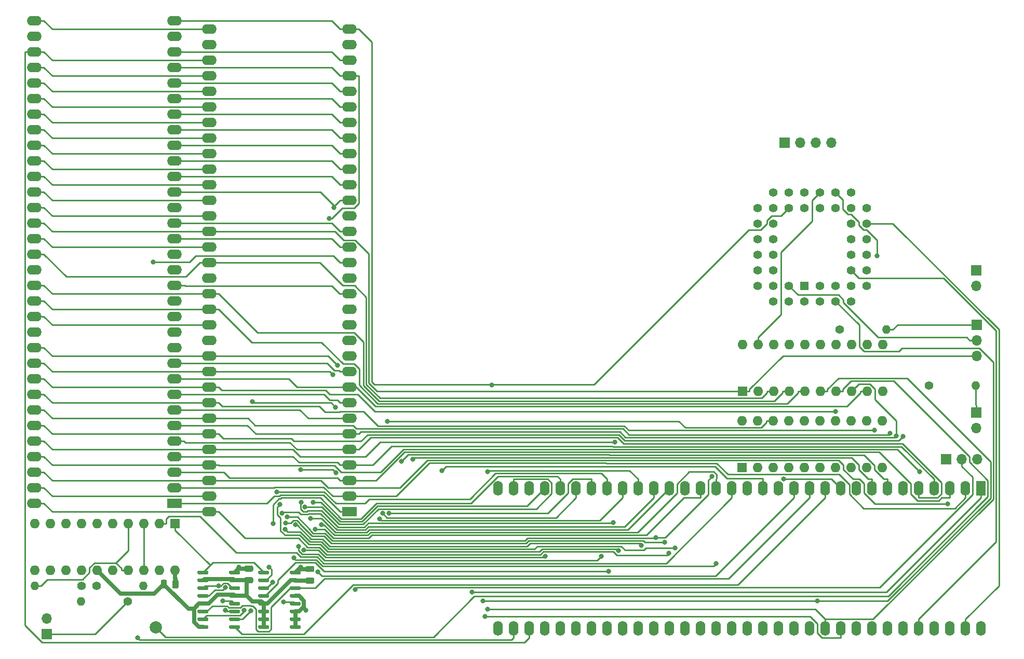
<source format=gbr>
%TF.GenerationSoftware,KiCad,Pcbnew,(5.1.7)-1*%
%TF.CreationDate,2020-11-02T22:58:22+00:00*%
%TF.ProjectId,STFM-TF536-Relocator+ROM-MkII,5354464d-2d54-4463-9533-362d52656c6f,rev?*%
%TF.SameCoordinates,Original*%
%TF.FileFunction,Copper,L1,Top*%
%TF.FilePolarity,Positive*%
%FSLAX46Y46*%
G04 Gerber Fmt 4.6, Leading zero omitted, Abs format (unit mm)*
G04 Created by KiCad (PCBNEW (5.1.7)-1) date 2020-11-02 22:58:22*
%MOMM*%
%LPD*%
G01*
G04 APERTURE LIST*
%TA.AperFunction,ComponentPad*%
%ADD10O,1.400000X1.400000*%
%TD*%
%TA.AperFunction,ComponentPad*%
%ADD11C,1.400000*%
%TD*%
%TA.AperFunction,ComponentPad*%
%ADD12O,1.700000X1.700000*%
%TD*%
%TA.AperFunction,ComponentPad*%
%ADD13R,1.700000X1.700000*%
%TD*%
%TA.AperFunction,ComponentPad*%
%ADD14O,1.600000X1.600000*%
%TD*%
%TA.AperFunction,ComponentPad*%
%ADD15R,1.600000X1.600000*%
%TD*%
%TA.AperFunction,ComponentPad*%
%ADD16C,1.422400*%
%TD*%
%TA.AperFunction,ComponentPad*%
%ADD17R,1.422400X1.422400*%
%TD*%
%TA.AperFunction,ComponentPad*%
%ADD18O,2.400000X1.600000*%
%TD*%
%TA.AperFunction,ComponentPad*%
%ADD19R,2.400000X1.600000*%
%TD*%
%TA.AperFunction,ComponentPad*%
%ADD20C,2.000000*%
%TD*%
%TA.AperFunction,ComponentPad*%
%ADD21O,1.600000X2.400000*%
%TD*%
%TA.AperFunction,ComponentPad*%
%ADD22R,1.600000X2.400000*%
%TD*%
%TA.AperFunction,ViaPad*%
%ADD23C,0.800000*%
%TD*%
%TA.AperFunction,Conductor*%
%ADD24C,0.700000*%
%TD*%
%TA.AperFunction,Conductor*%
%ADD25C,0.250000*%
%TD*%
G04 APERTURE END LIST*
%TO.P,C10,2*%
%TO.N,GND*%
%TA.AperFunction,SMDPad,CuDef*%
G36*
G01*
X83154500Y-121735000D02*
X84104500Y-121735000D01*
G75*
G02*
X84354500Y-121985000I0J-250000D01*
G01*
X84354500Y-122485000D01*
G75*
G02*
X84104500Y-122735000I-250000J0D01*
G01*
X83154500Y-122735000D01*
G75*
G02*
X82904500Y-122485000I0J250000D01*
G01*
X82904500Y-121985000D01*
G75*
G02*
X83154500Y-121735000I250000J0D01*
G01*
G37*
%TD.AperFunction*%
%TO.P,C10,1*%
%TO.N,VCC*%
%TA.AperFunction,SMDPad,CuDef*%
G36*
G01*
X83154500Y-119835000D02*
X84104500Y-119835000D01*
G75*
G02*
X84354500Y-120085000I0J-250000D01*
G01*
X84354500Y-120585000D01*
G75*
G02*
X84104500Y-120835000I-250000J0D01*
G01*
X83154500Y-120835000D01*
G75*
G02*
X82904500Y-120585000I0J250000D01*
G01*
X82904500Y-120085000D01*
G75*
G02*
X83154500Y-119835000I250000J0D01*
G01*
G37*
%TD.AperFunction*%
%TD*%
%TO.P,C8,2*%
%TO.N,GND*%
%TA.AperFunction,SMDPad,CuDef*%
G36*
G01*
X60319500Y-122334000D02*
X60319500Y-123284000D01*
G75*
G02*
X60069500Y-123534000I-250000J0D01*
G01*
X59569500Y-123534000D01*
G75*
G02*
X59319500Y-123284000I0J250000D01*
G01*
X59319500Y-122334000D01*
G75*
G02*
X59569500Y-122084000I250000J0D01*
G01*
X60069500Y-122084000D01*
G75*
G02*
X60319500Y-122334000I0J-250000D01*
G01*
G37*
%TD.AperFunction*%
%TO.P,C8,1*%
%TO.N,VCC*%
%TA.AperFunction,SMDPad,CuDef*%
G36*
G01*
X62219500Y-122334000D02*
X62219500Y-123284000D01*
G75*
G02*
X61969500Y-123534000I-250000J0D01*
G01*
X61469500Y-123534000D01*
G75*
G02*
X61219500Y-123284000I0J250000D01*
G01*
X61219500Y-122334000D01*
G75*
G02*
X61469500Y-122084000I250000J0D01*
G01*
X61969500Y-122084000D01*
G75*
G02*
X62219500Y-122334000I0J-250000D01*
G01*
G37*
%TD.AperFunction*%
%TD*%
%TO.P,C6,2*%
%TO.N,GND*%
%TA.AperFunction,SMDPad,CuDef*%
G36*
G01*
X73185000Y-121672000D02*
X74135000Y-121672000D01*
G75*
G02*
X74385000Y-121922000I0J-250000D01*
G01*
X74385000Y-122422000D01*
G75*
G02*
X74135000Y-122672000I-250000J0D01*
G01*
X73185000Y-122672000D01*
G75*
G02*
X72935000Y-122422000I0J250000D01*
G01*
X72935000Y-121922000D01*
G75*
G02*
X73185000Y-121672000I250000J0D01*
G01*
G37*
%TD.AperFunction*%
%TO.P,C6,1*%
%TO.N,VCC*%
%TA.AperFunction,SMDPad,CuDef*%
G36*
G01*
X73185000Y-119772000D02*
X74135000Y-119772000D01*
G75*
G02*
X74385000Y-120022000I0J-250000D01*
G01*
X74385000Y-120522000D01*
G75*
G02*
X74135000Y-120772000I-250000J0D01*
G01*
X73185000Y-120772000D01*
G75*
G02*
X72935000Y-120522000I0J250000D01*
G01*
X72935000Y-120022000D01*
G75*
G02*
X73185000Y-119772000I250000J0D01*
G01*
G37*
%TD.AperFunction*%
%TD*%
D10*
%TO.P,R5,2*%
%TO.N,Net-(J4-Pad1)*%
X192214000Y-90424000D03*
D11*
%TO.P,R5,1*%
%TO.N,VCC*%
X184594000Y-90424000D03*
%TD*%
D12*
%TO.P,Q1,3*%
%TO.N,Net-(J4-Pad2)*%
X192468000Y-102426000D03*
%TO.P,Q1,2*%
%TO.N,/TURBOLED*%
X189928000Y-102426000D03*
D13*
%TO.P,Q1,1*%
%TO.N,GND*%
X187388000Y-102426000D03*
%TD*%
D14*
%TO.P,U8,20*%
%TO.N,VCC*%
X61658500Y-120523000D03*
%TO.P,U8,10*%
%TO.N,GND*%
X38798500Y-112903000D03*
%TO.P,U8,19*%
%TO.N,/HALT*%
X59118500Y-120523000D03*
%TO.P,U8,9*%
%TO.N,GND*%
X41338500Y-112903000D03*
%TO.P,U8,18*%
%TO.N,/HALT1*%
X56578500Y-120523000D03*
%TO.P,U8,8*%
%TO.N,GND*%
X43878500Y-112903000D03*
%TO.P,U8,17*%
%TO.N,/HALT2*%
X54038500Y-120523000D03*
%TO.P,U8,7*%
%TO.N,GND*%
X46418500Y-112903000D03*
%TO.P,U8,16*%
%TO.N,/TURBOLED*%
X51498500Y-120523000D03*
%TO.P,U8,6*%
%TO.N,GND*%
X48958500Y-112903000D03*
%TO.P,U8,15*%
X48958500Y-120523000D03*
%TO.P,U8,5*%
X51498500Y-112903000D03*
%TO.P,U8,14*%
X46418500Y-120523000D03*
%TO.P,U8,4*%
%TO.N,/HALT2*%
X54038500Y-112903000D03*
%TO.P,U8,13*%
%TO.N,GND*%
X43878500Y-120523000D03*
%TO.P,U8,3*%
%TO.N,/HALT1*%
X56578500Y-112903000D03*
%TO.P,U8,12*%
%TO.N,GND*%
X41338500Y-120523000D03*
%TO.P,U8,2*%
%TO.N,/HALT*%
X59118500Y-112903000D03*
%TO.P,U8,11*%
%TO.N,GND*%
X38798500Y-120523000D03*
D15*
%TO.P,U8,1*%
%TO.N,/S*%
X61658500Y-112903000D03*
%TD*%
D10*
%TO.P,R4,2*%
%TO.N,/HALT2*%
X38798500Y-123063000D03*
D11*
%TO.P,R4,1*%
%TO.N,VCC*%
X46418500Y-123063000D03*
%TD*%
D10*
%TO.P,R3,2*%
%TO.N,/HALT1*%
X56515000Y-123063000D03*
D11*
%TO.P,R3,1*%
%TO.N,VCC*%
X48895000Y-123063000D03*
%TD*%
D12*
%TO.P,J6,4*%
%TO.N,Net-(J6-Pad4)*%
X168656000Y-50800000D03*
%TO.P,J6,3*%
%TO.N,GND*%
X166116000Y-50800000D03*
%TO.P,J6,2*%
X163576000Y-50800000D03*
D13*
%TO.P,J6,1*%
%TO.N,VCC*%
X161036000Y-50800000D03*
%TD*%
D12*
%TO.P,J5,3*%
%TO.N,/A18*%
X192342000Y-85534500D03*
%TO.P,J5,2*%
%TO.N,Net-(J5-Pad2)*%
X192342000Y-82994500D03*
D13*
%TO.P,J5,1*%
%TO.N,Net-(J2-Pad2)*%
X192342000Y-80454500D03*
%TD*%
D12*
%TO.P,J4,2*%
%TO.N,Net-(J4-Pad2)*%
X192278000Y-97345500D03*
D13*
%TO.P,J4,1*%
%TO.N,Net-(J4-Pad1)*%
X192278000Y-94805500D03*
%TD*%
D12*
%TO.P,J3,2*%
%TO.N,GND*%
X40767000Y-128397000D03*
D13*
%TO.P,J3,1*%
%TO.N,/S*%
X40767000Y-130937000D03*
%TD*%
%TO.P,U7,16*%
%TO.N,VCC*%
%TA.AperFunction,SMDPad,CuDef*%
G36*
G01*
X70470500Y-121054000D02*
X70470500Y-120754000D01*
G75*
G02*
X70620500Y-120604000I150000J0D01*
G01*
X72070500Y-120604000D01*
G75*
G02*
X72220500Y-120754000I0J-150000D01*
G01*
X72220500Y-121054000D01*
G75*
G02*
X72070500Y-121204000I-150000J0D01*
G01*
X70620500Y-121204000D01*
G75*
G02*
X70470500Y-121054000I0J150000D01*
G01*
G37*
%TD.AperFunction*%
%TO.P,U7,15*%
%TO.N,GND*%
%TA.AperFunction,SMDPad,CuDef*%
G36*
G01*
X70470500Y-122324000D02*
X70470500Y-122024000D01*
G75*
G02*
X70620500Y-121874000I150000J0D01*
G01*
X72070500Y-121874000D01*
G75*
G02*
X72220500Y-122024000I0J-150000D01*
G01*
X72220500Y-122324000D01*
G75*
G02*
X72070500Y-122474000I-150000J0D01*
G01*
X70620500Y-122474000D01*
G75*
G02*
X70470500Y-122324000I0J150000D01*
G01*
G37*
%TD.AperFunction*%
%TO.P,U7,14*%
%TO.N,/BR*%
%TA.AperFunction,SMDPad,CuDef*%
G36*
G01*
X70470500Y-123594000D02*
X70470500Y-123294000D01*
G75*
G02*
X70620500Y-123144000I150000J0D01*
G01*
X72070500Y-123144000D01*
G75*
G02*
X72220500Y-123294000I0J-150000D01*
G01*
X72220500Y-123594000D01*
G75*
G02*
X72070500Y-123744000I-150000J0D01*
G01*
X70620500Y-123744000D01*
G75*
G02*
X70470500Y-123594000I0J150000D01*
G01*
G37*
%TD.AperFunction*%
%TO.P,U7,13*%
%TO.N,GND*%
%TA.AperFunction,SMDPad,CuDef*%
G36*
G01*
X70470500Y-124864000D02*
X70470500Y-124564000D01*
G75*
G02*
X70620500Y-124414000I150000J0D01*
G01*
X72070500Y-124414000D01*
G75*
G02*
X72220500Y-124564000I0J-150000D01*
G01*
X72220500Y-124864000D01*
G75*
G02*
X72070500Y-125014000I-150000J0D01*
G01*
X70620500Y-125014000D01*
G75*
G02*
X70470500Y-124864000I0J150000D01*
G01*
G37*
%TD.AperFunction*%
%TO.P,U7,12*%
%TO.N,/BR1*%
%TA.AperFunction,SMDPad,CuDef*%
G36*
G01*
X70470500Y-126134000D02*
X70470500Y-125834000D01*
G75*
G02*
X70620500Y-125684000I150000J0D01*
G01*
X72070500Y-125684000D01*
G75*
G02*
X72220500Y-125834000I0J-150000D01*
G01*
X72220500Y-126134000D01*
G75*
G02*
X72070500Y-126284000I-150000J0D01*
G01*
X70620500Y-126284000D01*
G75*
G02*
X70470500Y-126134000I0J150000D01*
G01*
G37*
%TD.AperFunction*%
%TO.P,U7,11*%
%TO.N,/BG1*%
%TA.AperFunction,SMDPad,CuDef*%
G36*
G01*
X70470500Y-127404000D02*
X70470500Y-127104000D01*
G75*
G02*
X70620500Y-126954000I150000J0D01*
G01*
X72070500Y-126954000D01*
G75*
G02*
X72220500Y-127104000I0J-150000D01*
G01*
X72220500Y-127404000D01*
G75*
G02*
X72070500Y-127554000I-150000J0D01*
G01*
X70620500Y-127554000D01*
G75*
G02*
X70470500Y-127404000I0J150000D01*
G01*
G37*
%TD.AperFunction*%
%TO.P,U7,10*%
%TO.N,/BG2*%
%TA.AperFunction,SMDPad,CuDef*%
G36*
G01*
X70470500Y-128674000D02*
X70470500Y-128374000D01*
G75*
G02*
X70620500Y-128224000I150000J0D01*
G01*
X72070500Y-128224000D01*
G75*
G02*
X72220500Y-128374000I0J-150000D01*
G01*
X72220500Y-128674000D01*
G75*
G02*
X72070500Y-128824000I-150000J0D01*
G01*
X70620500Y-128824000D01*
G75*
G02*
X70470500Y-128674000I0J150000D01*
G01*
G37*
%TD.AperFunction*%
%TO.P,U7,9*%
%TO.N,/BG*%
%TA.AperFunction,SMDPad,CuDef*%
G36*
G01*
X70470500Y-129944000D02*
X70470500Y-129644000D01*
G75*
G02*
X70620500Y-129494000I150000J0D01*
G01*
X72070500Y-129494000D01*
G75*
G02*
X72220500Y-129644000I0J-150000D01*
G01*
X72220500Y-129944000D01*
G75*
G02*
X72070500Y-130094000I-150000J0D01*
G01*
X70620500Y-130094000D01*
G75*
G02*
X70470500Y-129944000I0J150000D01*
G01*
G37*
%TD.AperFunction*%
%TO.P,U7,8*%
%TO.N,GND*%
%TA.AperFunction,SMDPad,CuDef*%
G36*
G01*
X65320500Y-129944000D02*
X65320500Y-129644000D01*
G75*
G02*
X65470500Y-129494000I150000J0D01*
G01*
X66920500Y-129494000D01*
G75*
G02*
X67070500Y-129644000I0J-150000D01*
G01*
X67070500Y-129944000D01*
G75*
G02*
X66920500Y-130094000I-150000J0D01*
G01*
X65470500Y-130094000D01*
G75*
G02*
X65320500Y-129944000I0J150000D01*
G01*
G37*
%TD.AperFunction*%
%TO.P,U7,7*%
%TO.N,/BGACK2*%
%TA.AperFunction,SMDPad,CuDef*%
G36*
G01*
X65320500Y-128674000D02*
X65320500Y-128374000D01*
G75*
G02*
X65470500Y-128224000I150000J0D01*
G01*
X66920500Y-128224000D01*
G75*
G02*
X67070500Y-128374000I0J-150000D01*
G01*
X67070500Y-128674000D01*
G75*
G02*
X66920500Y-128824000I-150000J0D01*
G01*
X65470500Y-128824000D01*
G75*
G02*
X65320500Y-128674000I0J150000D01*
G01*
G37*
%TD.AperFunction*%
%TO.P,U7,6*%
%TO.N,/BGACK*%
%TA.AperFunction,SMDPad,CuDef*%
G36*
G01*
X65320500Y-127404000D02*
X65320500Y-127104000D01*
G75*
G02*
X65470500Y-126954000I150000J0D01*
G01*
X66920500Y-126954000D01*
G75*
G02*
X67070500Y-127104000I0J-150000D01*
G01*
X67070500Y-127404000D01*
G75*
G02*
X66920500Y-127554000I-150000J0D01*
G01*
X65470500Y-127554000D01*
G75*
G02*
X65320500Y-127404000I0J150000D01*
G01*
G37*
%TD.AperFunction*%
%TO.P,U7,5*%
%TO.N,GND*%
%TA.AperFunction,SMDPad,CuDef*%
G36*
G01*
X65320500Y-126134000D02*
X65320500Y-125834000D01*
G75*
G02*
X65470500Y-125684000I150000J0D01*
G01*
X66920500Y-125684000D01*
G75*
G02*
X67070500Y-125834000I0J-150000D01*
G01*
X67070500Y-126134000D01*
G75*
G02*
X66920500Y-126284000I-150000J0D01*
G01*
X65470500Y-126284000D01*
G75*
G02*
X65320500Y-126134000I0J150000D01*
G01*
G37*
%TD.AperFunction*%
%TO.P,U7,4*%
%TO.N,/BR2*%
%TA.AperFunction,SMDPad,CuDef*%
G36*
G01*
X65320500Y-124864000D02*
X65320500Y-124564000D01*
G75*
G02*
X65470500Y-124414000I150000J0D01*
G01*
X66920500Y-124414000D01*
G75*
G02*
X67070500Y-124564000I0J-150000D01*
G01*
X67070500Y-124864000D01*
G75*
G02*
X66920500Y-125014000I-150000J0D01*
G01*
X65470500Y-125014000D01*
G75*
G02*
X65320500Y-124864000I0J150000D01*
G01*
G37*
%TD.AperFunction*%
%TO.P,U7,3*%
%TO.N,/BR*%
%TA.AperFunction,SMDPad,CuDef*%
G36*
G01*
X65320500Y-123594000D02*
X65320500Y-123294000D01*
G75*
G02*
X65470500Y-123144000I150000J0D01*
G01*
X66920500Y-123144000D01*
G75*
G02*
X67070500Y-123294000I0J-150000D01*
G01*
X67070500Y-123594000D01*
G75*
G02*
X66920500Y-123744000I-150000J0D01*
G01*
X65470500Y-123744000D01*
G75*
G02*
X65320500Y-123594000I0J150000D01*
G01*
G37*
%TD.AperFunction*%
%TO.P,U7,2*%
%TO.N,GND*%
%TA.AperFunction,SMDPad,CuDef*%
G36*
G01*
X65320500Y-122324000D02*
X65320500Y-122024000D01*
G75*
G02*
X65470500Y-121874000I150000J0D01*
G01*
X66920500Y-121874000D01*
G75*
G02*
X67070500Y-122024000I0J-150000D01*
G01*
X67070500Y-122324000D01*
G75*
G02*
X66920500Y-122474000I-150000J0D01*
G01*
X65470500Y-122474000D01*
G75*
G02*
X65320500Y-122324000I0J150000D01*
G01*
G37*
%TD.AperFunction*%
%TO.P,U7,1*%
%TO.N,/S*%
%TA.AperFunction,SMDPad,CuDef*%
G36*
G01*
X65320500Y-121054000D02*
X65320500Y-120754000D01*
G75*
G02*
X65470500Y-120604000I150000J0D01*
G01*
X66920500Y-120604000D01*
G75*
G02*
X67070500Y-120754000I0J-150000D01*
G01*
X67070500Y-121054000D01*
G75*
G02*
X66920500Y-121204000I-150000J0D01*
G01*
X65470500Y-121204000D01*
G75*
G02*
X65320500Y-121054000I0J150000D01*
G01*
G37*
%TD.AperFunction*%
%TD*%
%TO.P,U6,16*%
%TO.N,VCC*%
%TA.AperFunction,SMDPad,CuDef*%
G36*
G01*
X80376500Y-121054000D02*
X80376500Y-120754000D01*
G75*
G02*
X80526500Y-120604000I150000J0D01*
G01*
X81976500Y-120604000D01*
G75*
G02*
X82126500Y-120754000I0J-150000D01*
G01*
X82126500Y-121054000D01*
G75*
G02*
X81976500Y-121204000I-150000J0D01*
G01*
X80526500Y-121204000D01*
G75*
G02*
X80376500Y-121054000I0J150000D01*
G01*
G37*
%TD.AperFunction*%
%TO.P,U6,15*%
%TO.N,GND*%
%TA.AperFunction,SMDPad,CuDef*%
G36*
G01*
X80376500Y-122324000D02*
X80376500Y-122024000D01*
G75*
G02*
X80526500Y-121874000I150000J0D01*
G01*
X81976500Y-121874000D01*
G75*
G02*
X82126500Y-122024000I0J-150000D01*
G01*
X82126500Y-122324000D01*
G75*
G02*
X81976500Y-122474000I-150000J0D01*
G01*
X80526500Y-122474000D01*
G75*
G02*
X80376500Y-122324000I0J150000D01*
G01*
G37*
%TD.AperFunction*%
%TO.P,U6,14*%
%TO.N,/BGACK*%
%TA.AperFunction,SMDPad,CuDef*%
G36*
G01*
X80376500Y-123594000D02*
X80376500Y-123294000D01*
G75*
G02*
X80526500Y-123144000I150000J0D01*
G01*
X81976500Y-123144000D01*
G75*
G02*
X82126500Y-123294000I0J-150000D01*
G01*
X82126500Y-123594000D01*
G75*
G02*
X81976500Y-123744000I-150000J0D01*
G01*
X80526500Y-123744000D01*
G75*
G02*
X80376500Y-123594000I0J150000D01*
G01*
G37*
%TD.AperFunction*%
%TO.P,U6,13*%
%TO.N,GND*%
%TA.AperFunction,SMDPad,CuDef*%
G36*
G01*
X80376500Y-124864000D02*
X80376500Y-124564000D01*
G75*
G02*
X80526500Y-124414000I150000J0D01*
G01*
X81976500Y-124414000D01*
G75*
G02*
X82126500Y-124564000I0J-150000D01*
G01*
X82126500Y-124864000D01*
G75*
G02*
X81976500Y-125014000I-150000J0D01*
G01*
X80526500Y-125014000D01*
G75*
G02*
X80376500Y-124864000I0J150000D01*
G01*
G37*
%TD.AperFunction*%
%TO.P,U6,12*%
%TO.N,/BGACK1*%
%TA.AperFunction,SMDPad,CuDef*%
G36*
G01*
X80376500Y-126134000D02*
X80376500Y-125834000D01*
G75*
G02*
X80526500Y-125684000I150000J0D01*
G01*
X81976500Y-125684000D01*
G75*
G02*
X82126500Y-125834000I0J-150000D01*
G01*
X82126500Y-126134000D01*
G75*
G02*
X81976500Y-126284000I-150000J0D01*
G01*
X80526500Y-126284000D01*
G75*
G02*
X80376500Y-126134000I0J150000D01*
G01*
G37*
%TD.AperFunction*%
%TO.P,U6,11*%
%TO.N,GND*%
%TA.AperFunction,SMDPad,CuDef*%
G36*
G01*
X80376500Y-127404000D02*
X80376500Y-127104000D01*
G75*
G02*
X80526500Y-126954000I150000J0D01*
G01*
X81976500Y-126954000D01*
G75*
G02*
X82126500Y-127104000I0J-150000D01*
G01*
X82126500Y-127404000D01*
G75*
G02*
X81976500Y-127554000I-150000J0D01*
G01*
X80526500Y-127554000D01*
G75*
G02*
X80376500Y-127404000I0J150000D01*
G01*
G37*
%TD.AperFunction*%
%TO.P,U6,10*%
%TA.AperFunction,SMDPad,CuDef*%
G36*
G01*
X80376500Y-128674000D02*
X80376500Y-128374000D01*
G75*
G02*
X80526500Y-128224000I150000J0D01*
G01*
X81976500Y-128224000D01*
G75*
G02*
X82126500Y-128374000I0J-150000D01*
G01*
X82126500Y-128674000D01*
G75*
G02*
X81976500Y-128824000I-150000J0D01*
G01*
X80526500Y-128824000D01*
G75*
G02*
X80376500Y-128674000I0J150000D01*
G01*
G37*
%TD.AperFunction*%
%TO.P,U6,9*%
%TA.AperFunction,SMDPad,CuDef*%
G36*
G01*
X80376500Y-129944000D02*
X80376500Y-129644000D01*
G75*
G02*
X80526500Y-129494000I150000J0D01*
G01*
X81976500Y-129494000D01*
G75*
G02*
X82126500Y-129644000I0J-150000D01*
G01*
X82126500Y-129944000D01*
G75*
G02*
X81976500Y-130094000I-150000J0D01*
G01*
X80526500Y-130094000D01*
G75*
G02*
X80376500Y-129944000I0J150000D01*
G01*
G37*
%TD.AperFunction*%
%TO.P,U6,8*%
%TA.AperFunction,SMDPad,CuDef*%
G36*
G01*
X75226500Y-129944000D02*
X75226500Y-129644000D01*
G75*
G02*
X75376500Y-129494000I150000J0D01*
G01*
X76826500Y-129494000D01*
G75*
G02*
X76976500Y-129644000I0J-150000D01*
G01*
X76976500Y-129944000D01*
G75*
G02*
X76826500Y-130094000I-150000J0D01*
G01*
X75376500Y-130094000D01*
G75*
G02*
X75226500Y-129944000I0J150000D01*
G01*
G37*
%TD.AperFunction*%
%TO.P,U6,7*%
%TA.AperFunction,SMDPad,CuDef*%
G36*
G01*
X75226500Y-128674000D02*
X75226500Y-128374000D01*
G75*
G02*
X75376500Y-128224000I150000J0D01*
G01*
X76826500Y-128224000D01*
G75*
G02*
X76976500Y-128374000I0J-150000D01*
G01*
X76976500Y-128674000D01*
G75*
G02*
X76826500Y-128824000I-150000J0D01*
G01*
X75376500Y-128824000D01*
G75*
G02*
X75226500Y-128674000I0J150000D01*
G01*
G37*
%TD.AperFunction*%
%TO.P,U6,6*%
%TA.AperFunction,SMDPad,CuDef*%
G36*
G01*
X75226500Y-127404000D02*
X75226500Y-127104000D01*
G75*
G02*
X75376500Y-126954000I150000J0D01*
G01*
X76826500Y-126954000D01*
G75*
G02*
X76976500Y-127104000I0J-150000D01*
G01*
X76976500Y-127404000D01*
G75*
G02*
X76826500Y-127554000I-150000J0D01*
G01*
X75376500Y-127554000D01*
G75*
G02*
X75226500Y-127404000I0J150000D01*
G01*
G37*
%TD.AperFunction*%
%TO.P,U6,5*%
%TA.AperFunction,SMDPad,CuDef*%
G36*
G01*
X75226500Y-126134000D02*
X75226500Y-125834000D01*
G75*
G02*
X75376500Y-125684000I150000J0D01*
G01*
X76826500Y-125684000D01*
G75*
G02*
X76976500Y-125834000I0J-150000D01*
G01*
X76976500Y-126134000D01*
G75*
G02*
X76826500Y-126284000I-150000J0D01*
G01*
X75376500Y-126284000D01*
G75*
G02*
X75226500Y-126134000I0J150000D01*
G01*
G37*
%TD.AperFunction*%
%TO.P,U6,4*%
%TO.N,/E*%
%TA.AperFunction,SMDPad,CuDef*%
G36*
G01*
X75226500Y-124864000D02*
X75226500Y-124564000D01*
G75*
G02*
X75376500Y-124414000I150000J0D01*
G01*
X76826500Y-124414000D01*
G75*
G02*
X76976500Y-124564000I0J-150000D01*
G01*
X76976500Y-124864000D01*
G75*
G02*
X76826500Y-125014000I-150000J0D01*
G01*
X75376500Y-125014000D01*
G75*
G02*
X75226500Y-124864000I0J150000D01*
G01*
G37*
%TD.AperFunction*%
%TO.P,U6,3*%
%TO.N,/E2*%
%TA.AperFunction,SMDPad,CuDef*%
G36*
G01*
X75226500Y-123594000D02*
X75226500Y-123294000D01*
G75*
G02*
X75376500Y-123144000I150000J0D01*
G01*
X76826500Y-123144000D01*
G75*
G02*
X76976500Y-123294000I0J-150000D01*
G01*
X76976500Y-123594000D01*
G75*
G02*
X76826500Y-123744000I-150000J0D01*
G01*
X75376500Y-123744000D01*
G75*
G02*
X75226500Y-123594000I0J150000D01*
G01*
G37*
%TD.AperFunction*%
%TO.P,U6,2*%
%TO.N,/E1*%
%TA.AperFunction,SMDPad,CuDef*%
G36*
G01*
X75226500Y-122324000D02*
X75226500Y-122024000D01*
G75*
G02*
X75376500Y-121874000I150000J0D01*
G01*
X76826500Y-121874000D01*
G75*
G02*
X76976500Y-122024000I0J-150000D01*
G01*
X76976500Y-122324000D01*
G75*
G02*
X76826500Y-122474000I-150000J0D01*
G01*
X75376500Y-122474000D01*
G75*
G02*
X75226500Y-122324000I0J150000D01*
G01*
G37*
%TD.AperFunction*%
%TO.P,U6,1*%
%TO.N,/S*%
%TA.AperFunction,SMDPad,CuDef*%
G36*
G01*
X75226500Y-121054000D02*
X75226500Y-120754000D01*
G75*
G02*
X75376500Y-120604000I150000J0D01*
G01*
X76826500Y-120604000D01*
G75*
G02*
X76976500Y-120754000I0J-150000D01*
G01*
X76976500Y-121054000D01*
G75*
G02*
X76826500Y-121204000I-150000J0D01*
G01*
X75376500Y-121204000D01*
G75*
G02*
X75226500Y-121054000I0J150000D01*
G01*
G37*
%TD.AperFunction*%
%TD*%
D16*
%TO.P,U5,39*%
%TO.N,/A14*%
X156654000Y-74104500D03*
%TO.P,U5,37*%
%TO.N,/A12*%
X156654000Y-71564500D03*
%TO.P,U5,35*%
%TO.N,/A10*%
X156654000Y-69024500D03*
%TO.P,U5,33*%
%TO.N,N/C*%
X156654000Y-66484500D03*
%TO.P,U5,31*%
%TO.N,/A8*%
X156654000Y-63944500D03*
%TO.P,U5,40*%
%TO.N,/A15*%
X159194000Y-76644500D03*
%TO.P,U5,38*%
%TO.N,/A13*%
X159194000Y-71564500D03*
%TO.P,U5,36*%
%TO.N,/A11*%
X159194000Y-69024500D03*
%TO.P,U5,34*%
%TO.N,GND*%
X159194000Y-66484500D03*
%TO.P,U5,32*%
%TO.N,/A9*%
X159194000Y-63944500D03*
%TO.P,U5,30*%
%TO.N,/A7*%
X159194000Y-61404500D03*
%TO.P,U5,28*%
%TO.N,/A5*%
X159194000Y-58864500D03*
%TO.P,U5,26*%
%TO.N,/A3*%
X161734000Y-58864500D03*
%TO.P,U5,24*%
%TO.N,/A1*%
X164274000Y-58864500D03*
%TO.P,U5,22*%
%TO.N,/_ROE*%
X166814000Y-58864500D03*
%TO.P,U5,20*%
%TO.N,/D1*%
X169354000Y-58864500D03*
%TO.P,U5,18*%
%TO.N,/D3*%
X171894000Y-58864500D03*
%TO.P,U5,29*%
%TO.N,/A6*%
X156654000Y-61404500D03*
%TO.P,U5,27*%
%TO.N,/A4*%
X161734000Y-61404500D03*
%TO.P,U5,25*%
%TO.N,/A2*%
X164274000Y-61404500D03*
%TO.P,U5,23*%
%TO.N,N/C*%
X166814000Y-61404500D03*
%TO.P,U5,21*%
%TO.N,/D0*%
X169354000Y-61404500D03*
%TO.P,U5,19*%
%TO.N,/D2*%
X171894000Y-61404500D03*
%TO.P,U5,17*%
%TO.N,/D4*%
X174434000Y-61404500D03*
%TO.P,U5,15*%
%TO.N,/D6*%
X174434000Y-63944500D03*
%TO.P,U5,13*%
%TO.N,N/C*%
X174434000Y-66484500D03*
%TO.P,U5,11*%
%TO.N,/D8*%
X174434000Y-69024500D03*
%TO.P,U5,9*%
%TO.N,/D10*%
X174434000Y-71564500D03*
%TO.P,U5,7*%
%TO.N,/D12*%
X174434000Y-74104500D03*
%TO.P,U5,16*%
%TO.N,/D5*%
X171894000Y-63944500D03*
%TO.P,U5,14*%
%TO.N,/D7*%
X171894000Y-66484500D03*
%TO.P,U5,12*%
%TO.N,GND*%
X171894000Y-69024500D03*
%TO.P,U5,10*%
%TO.N,/D9*%
X171894000Y-71564500D03*
%TO.P,U5,8*%
%TO.N,/D11*%
X171894000Y-74104500D03*
%TO.P,U5,42*%
%TO.N,/A17*%
X161734000Y-76644500D03*
%TO.P,U5,44*%
%TO.N,VCC*%
X164274000Y-76644500D03*
%TO.P,U5,6*%
%TO.N,/D13*%
X171894000Y-76644500D03*
%TO.P,U5,4*%
%TO.N,/D15*%
X169354000Y-76644500D03*
%TO.P,U5,2*%
%TO.N,GND*%
X166814000Y-76644500D03*
%TO.P,U5,41*%
%TO.N,/A16*%
X159194000Y-74104500D03*
%TO.P,U5,43*%
%TO.N,Net-(J5-Pad2)*%
X161734000Y-74104500D03*
%TO.P,U5,5*%
%TO.N,/D14*%
X169354000Y-74104500D03*
%TO.P,U5,3*%
%TO.N,/AS*%
X166814000Y-74104500D03*
D17*
%TO.P,U5,1*%
%TO.N,N/C*%
X164274000Y-74104500D03*
%TD*%
D18*
%TO.P,U4,64*%
%TO.N,/D5*%
X67246500Y-110998000D03*
%TO.P,U4,32*%
%TO.N,/A4*%
X90106500Y-32258000D03*
%TO.P,U4,63*%
%TO.N,/D6*%
X67246500Y-108458000D03*
%TO.P,U4,31*%
%TO.N,/A3*%
X90106500Y-34798000D03*
%TO.P,U4,62*%
%TO.N,/D7*%
X67246500Y-105918000D03*
%TO.P,U4,30*%
%TO.N,/A2*%
X90106500Y-37338000D03*
%TO.P,U4,61*%
%TO.N,/D8*%
X67246500Y-103378000D03*
%TO.P,U4,29*%
%TO.N,/A1*%
X90106500Y-39878000D03*
%TO.P,U4,60*%
%TO.N,/D9*%
X67246500Y-100838000D03*
%TO.P,U4,28*%
%TO.N,/FC0*%
X90106500Y-42418000D03*
%TO.P,U4,59*%
%TO.N,/D10*%
X67246500Y-98298000D03*
%TO.P,U4,27*%
%TO.N,/FC1*%
X90106500Y-44958000D03*
%TO.P,U4,58*%
%TO.N,/D11*%
X67246500Y-95758000D03*
%TO.P,U4,26*%
%TO.N,/FC2*%
X90106500Y-47498000D03*
%TO.P,U4,57*%
%TO.N,/D12*%
X67246500Y-93218000D03*
%TO.P,U4,25*%
%TO.N,/IPL0*%
X90106500Y-50038000D03*
%TO.P,U4,56*%
%TO.N,/D13*%
X67246500Y-90678000D03*
%TO.P,U4,24*%
%TO.N,/IPL1*%
X90106500Y-52578000D03*
%TO.P,U4,55*%
%TO.N,/D14*%
X67246500Y-88138000D03*
%TO.P,U4,23*%
%TO.N,/IPL2*%
X90106500Y-55118000D03*
%TO.P,U4,54*%
%TO.N,/D15*%
X67246500Y-85598000D03*
%TO.P,U4,22*%
%TO.N,/BERR*%
X90106500Y-57658000D03*
%TO.P,U4,53*%
%TO.N,GND*%
X67246500Y-83058000D03*
%TO.P,U4,21*%
%TO.N,/VPA*%
X90106500Y-60198000D03*
%TO.P,U4,52*%
%TO.N,/A23*%
X67246500Y-80518000D03*
%TO.P,U4,20*%
%TO.N,/E2*%
X90106500Y-62738000D03*
%TO.P,U4,51*%
%TO.N,/A22*%
X67246500Y-77978000D03*
%TO.P,U4,19*%
%TO.N,/VMA*%
X90106500Y-65278000D03*
%TO.P,U4,50*%
%TO.N,/A21*%
X67246500Y-75438000D03*
%TO.P,U4,18*%
%TO.N,/RESET*%
X90106500Y-67818000D03*
%TO.P,U4,49*%
%TO.N,VCC*%
X67246500Y-72898000D03*
%TO.P,U4,17*%
%TO.N,/HALT2*%
X90106500Y-70358000D03*
%TO.P,U4,48*%
%TO.N,/A20*%
X67246500Y-70358000D03*
%TO.P,U4,16*%
%TO.N,GND*%
X90106500Y-72898000D03*
%TO.P,U4,47*%
%TO.N,/A19*%
X67246500Y-67818000D03*
%TO.P,U4,15*%
%TO.N,/CLK*%
X90106500Y-75438000D03*
%TO.P,U4,46*%
%TO.N,/A18*%
X67246500Y-65278000D03*
%TO.P,U4,14*%
%TO.N,VCC*%
X90106500Y-77978000D03*
%TO.P,U4,45*%
%TO.N,/A17*%
X67246500Y-62738000D03*
%TO.P,U4,13*%
%TO.N,/BR2*%
X90106500Y-80518000D03*
%TO.P,U4,44*%
%TO.N,/A16*%
X67246500Y-60198000D03*
%TO.P,U4,12*%
%TO.N,/BGACK2*%
X90106500Y-83058000D03*
%TO.P,U4,43*%
%TO.N,/A15*%
X67246500Y-57658000D03*
%TO.P,U4,11*%
%TO.N,/BG2*%
X90106500Y-85598000D03*
%TO.P,U4,42*%
%TO.N,/A14*%
X67246500Y-55118000D03*
%TO.P,U4,10*%
%TO.N,/DTACK*%
X90106500Y-88138000D03*
%TO.P,U4,41*%
%TO.N,/A13*%
X67246500Y-52578000D03*
%TO.P,U4,9*%
%TO.N,/RW*%
X90106500Y-90678000D03*
%TO.P,U4,40*%
%TO.N,/A12*%
X67246500Y-50038000D03*
%TO.P,U4,8*%
%TO.N,/LDS*%
X90106500Y-93218000D03*
%TO.P,U4,39*%
%TO.N,/A11*%
X67246500Y-47498000D03*
%TO.P,U4,7*%
%TO.N,/UDS*%
X90106500Y-95758000D03*
%TO.P,U4,38*%
%TO.N,/A10*%
X67246500Y-44958000D03*
%TO.P,U4,6*%
%TO.N,/AS*%
X90106500Y-98298000D03*
%TO.P,U4,37*%
%TO.N,/A9*%
X67246500Y-42418000D03*
%TO.P,U4,5*%
%TO.N,/D0*%
X90106500Y-100838000D03*
%TO.P,U4,36*%
%TO.N,/A8*%
X67246500Y-39878000D03*
%TO.P,U4,4*%
%TO.N,/D1*%
X90106500Y-103378000D03*
%TO.P,U4,35*%
%TO.N,/A7*%
X67246500Y-37338000D03*
%TO.P,U4,3*%
%TO.N,/D2*%
X90106500Y-105918000D03*
%TO.P,U4,34*%
%TO.N,/A6*%
X67246500Y-34798000D03*
%TO.P,U4,2*%
%TO.N,/D3*%
X90106500Y-108458000D03*
%TO.P,U4,33*%
%TO.N,/A5*%
X67246500Y-32258000D03*
D19*
%TO.P,U4,1*%
%TO.N,/D4*%
X90106500Y-110998000D03*
%TD*%
D14*
%TO.P,U3,20*%
%TO.N,VCC*%
X154114000Y-96139000D03*
%TO.P,U3,10*%
%TO.N,GND*%
X176974000Y-103759000D03*
%TO.P,U3,19*%
X156654000Y-96139000D03*
%TO.P,U3,9*%
X174434000Y-103759000D03*
%TO.P,U3,18*%
%TO.N,/DTACK*%
X159194000Y-96139000D03*
%TO.P,U3,8*%
%TO.N,GND*%
X171894000Y-103759000D03*
%TO.P,U3,17*%
X161734000Y-96139000D03*
%TO.P,U3,7*%
X169354000Y-103759000D03*
%TO.P,U3,16*%
X164274000Y-96139000D03*
%TO.P,U3,6*%
X166814000Y-103759000D03*
%TO.P,U3,15*%
X166814000Y-96139000D03*
%TO.P,U3,5*%
X164274000Y-103759000D03*
%TO.P,U3,14*%
X169354000Y-96139000D03*
%TO.P,U3,4*%
X161734000Y-103759000D03*
%TO.P,U3,13*%
X171894000Y-96139000D03*
%TO.P,U3,3*%
X159194000Y-103759000D03*
%TO.P,U3,12*%
X174434000Y-96139000D03*
%TO.P,U3,2*%
X156654000Y-103759000D03*
%TO.P,U3,11*%
X176974000Y-96139000D03*
D15*
%TO.P,U3,1*%
%TO.N,/_ROE*%
X154114000Y-103759000D03*
%TD*%
D18*
%TO.P,U2,64*%
%TO.N,/D5*%
X38735000Y-109601000D03*
%TO.P,U2,32*%
%TO.N,/A4*%
X61595000Y-30861000D03*
%TO.P,U2,63*%
%TO.N,/D6*%
X38735000Y-107061000D03*
%TO.P,U2,31*%
%TO.N,/A3*%
X61595000Y-33401000D03*
%TO.P,U2,62*%
%TO.N,/D7*%
X38735000Y-104521000D03*
%TO.P,U2,30*%
%TO.N,/A2*%
X61595000Y-35941000D03*
%TO.P,U2,61*%
%TO.N,/D8*%
X38735000Y-101981000D03*
%TO.P,U2,29*%
%TO.N,/A1*%
X61595000Y-38481000D03*
%TO.P,U2,60*%
%TO.N,/D9*%
X38735000Y-99441000D03*
%TO.P,U2,28*%
%TO.N,/FC0*%
X61595000Y-41021000D03*
%TO.P,U2,59*%
%TO.N,/D10*%
X38735000Y-96901000D03*
%TO.P,U2,27*%
%TO.N,/FC1*%
X61595000Y-43561000D03*
%TO.P,U2,58*%
%TO.N,/D11*%
X38735000Y-94361000D03*
%TO.P,U2,26*%
%TO.N,/FC2*%
X61595000Y-46101000D03*
%TO.P,U2,57*%
%TO.N,/D12*%
X38735000Y-91821000D03*
%TO.P,U2,25*%
%TO.N,/IPL0*%
X61595000Y-48641000D03*
%TO.P,U2,56*%
%TO.N,/D13*%
X38735000Y-89281000D03*
%TO.P,U2,24*%
%TO.N,/IPL1*%
X61595000Y-51181000D03*
%TO.P,U2,55*%
%TO.N,/D14*%
X38735000Y-86741000D03*
%TO.P,U2,23*%
%TO.N,/IPL2*%
X61595000Y-53721000D03*
%TO.P,U2,54*%
%TO.N,/D15*%
X38735000Y-84201000D03*
%TO.P,U2,22*%
%TO.N,/BERR*%
X61595000Y-56261000D03*
%TO.P,U2,53*%
%TO.N,GND*%
X38735000Y-81661000D03*
%TO.P,U2,21*%
%TO.N,/VPA*%
X61595000Y-58801000D03*
%TO.P,U2,52*%
%TO.N,/A23*%
X38735000Y-79121000D03*
%TO.P,U2,20*%
%TO.N,/E1*%
X61595000Y-61341000D03*
%TO.P,U2,51*%
%TO.N,/A22*%
X38735000Y-76581000D03*
%TO.P,U2,19*%
%TO.N,/VMA*%
X61595000Y-63881000D03*
%TO.P,U2,50*%
%TO.N,/A21*%
X38735000Y-74041000D03*
%TO.P,U2,18*%
%TO.N,/RESET*%
X61595000Y-66421000D03*
%TO.P,U2,49*%
%TO.N,VCC*%
X38735000Y-71501000D03*
%TO.P,U2,17*%
%TO.N,/HALT1*%
X61595000Y-68961000D03*
%TO.P,U2,48*%
%TO.N,/A20*%
X38735000Y-68961000D03*
%TO.P,U2,16*%
%TO.N,GND*%
X61595000Y-71501000D03*
%TO.P,U2,47*%
%TO.N,/A19*%
X38735000Y-66421000D03*
%TO.P,U2,15*%
%TO.N,/CLK*%
X61595000Y-74041000D03*
%TO.P,U2,46*%
%TO.N,/A18*%
X38735000Y-63881000D03*
%TO.P,U2,14*%
%TO.N,VCC*%
X61595000Y-76581000D03*
%TO.P,U2,45*%
%TO.N,/A17*%
X38735000Y-61341000D03*
%TO.P,U2,13*%
%TO.N,/BR1*%
X61595000Y-79121000D03*
%TO.P,U2,44*%
%TO.N,/A16*%
X38735000Y-58801000D03*
%TO.P,U2,12*%
%TO.N,/BGACK1*%
X61595000Y-81661000D03*
%TO.P,U2,43*%
%TO.N,/A15*%
X38735000Y-56261000D03*
%TO.P,U2,11*%
%TO.N,/BG1*%
X61595000Y-84201000D03*
%TO.P,U2,42*%
%TO.N,/A14*%
X38735000Y-53721000D03*
%TO.P,U2,10*%
%TO.N,/DTACK*%
X61595000Y-86741000D03*
%TO.P,U2,41*%
%TO.N,/A13*%
X38735000Y-51181000D03*
%TO.P,U2,9*%
%TO.N,/RW*%
X61595000Y-89281000D03*
%TO.P,U2,40*%
%TO.N,/A12*%
X38735000Y-48641000D03*
%TO.P,U2,8*%
%TO.N,/LDS*%
X61595000Y-91821000D03*
%TO.P,U2,39*%
%TO.N,/A11*%
X38735000Y-46101000D03*
%TO.P,U2,7*%
%TO.N,/UDS*%
X61595000Y-94361000D03*
%TO.P,U2,38*%
%TO.N,/A10*%
X38735000Y-43561000D03*
%TO.P,U2,6*%
%TO.N,/AS*%
X61595000Y-96901000D03*
%TO.P,U2,37*%
%TO.N,/A9*%
X38735000Y-41021000D03*
%TO.P,U2,5*%
%TO.N,/D0*%
X61595000Y-99441000D03*
%TO.P,U2,36*%
%TO.N,/A8*%
X38735000Y-38481000D03*
%TO.P,U2,4*%
%TO.N,/D1*%
X61595000Y-101981000D03*
%TO.P,U2,35*%
%TO.N,/A7*%
X38735000Y-35941000D03*
%TO.P,U2,3*%
%TO.N,/D2*%
X61595000Y-104521000D03*
%TO.P,U2,34*%
%TO.N,/A6*%
X38735000Y-33401000D03*
%TO.P,U2,2*%
%TO.N,/D3*%
X61595000Y-107061000D03*
%TO.P,U2,33*%
%TO.N,/A5*%
X38735000Y-30861000D03*
D19*
%TO.P,U2,1*%
%TO.N,/D4*%
X61595000Y-109601000D03*
%TD*%
D14*
%TO.P,U1,20*%
%TO.N,VCC*%
X154178000Y-83693000D03*
%TO.P,U1,10*%
%TO.N,GND*%
X177038000Y-91313000D03*
%TO.P,U1,19*%
%TO.N,/_ROE*%
X156718000Y-83693000D03*
%TO.P,U1,9*%
%TO.N,/RW*%
X174498000Y-91313000D03*
%TO.P,U1,18*%
%TO.N,GND*%
X159258000Y-83693000D03*
%TO.P,U1,8*%
%TO.N,/AS*%
X171958000Y-91313000D03*
%TO.P,U1,17*%
%TO.N,GND*%
X161798000Y-83693000D03*
%TO.P,U1,7*%
%TO.N,/_ROM2*%
X169418000Y-91313000D03*
%TO.P,U1,16*%
%TO.N,GND*%
X164338000Y-83693000D03*
%TO.P,U1,6*%
%TO.N,/A23*%
X166878000Y-91313000D03*
%TO.P,U1,15*%
%TO.N,GND*%
X166878000Y-83693000D03*
%TO.P,U1,5*%
%TO.N,/A22*%
X164338000Y-91313000D03*
%TO.P,U1,14*%
%TO.N,GND*%
X169418000Y-83693000D03*
%TO.P,U1,4*%
%TO.N,/A21*%
X161798000Y-91313000D03*
%TO.P,U1,13*%
%TO.N,GND*%
X171958000Y-83693000D03*
%TO.P,U1,3*%
%TO.N,/A20*%
X159258000Y-91313000D03*
%TO.P,U1,12*%
%TO.N,GND*%
X174498000Y-83693000D03*
%TO.P,U1,2*%
%TO.N,/A19*%
X156718000Y-91313000D03*
%TO.P,U1,11*%
%TO.N,GND*%
X177038000Y-83693000D03*
D15*
%TO.P,U1,1*%
%TO.N,/A18*%
X154178000Y-91313000D03*
%TD*%
D10*
%TO.P,R2,2*%
%TO.N,VCC*%
X46355000Y-125603000D03*
D11*
%TO.P,R2,1*%
%TO.N,/S*%
X53975000Y-125603000D03*
%TD*%
D10*
%TO.P,R1,2*%
%TO.N,Net-(J2-Pad2)*%
X177610000Y-81280000D03*
D11*
%TO.P,R1,1*%
%TO.N,VCC*%
X169990000Y-81280000D03*
%TD*%
D12*
%TO.P,J2,2*%
%TO.N,Net-(J2-Pad2)*%
X192278000Y-74168000D03*
D13*
%TO.P,J2,1*%
%TO.N,GND*%
X192278000Y-71628000D03*
%TD*%
D20*
%TO.P,J1,1*%
%TO.N,/_ROM2*%
X58547000Y-129858000D03*
%TD*%
D21*
%TO.P,H1,64*%
%TO.N,/D5*%
X193040000Y-130048000D03*
%TO.P,H1,32*%
%TO.N,/A4*%
X114300000Y-107188000D03*
%TO.P,H1,63*%
%TO.N,/D6*%
X190500000Y-130048000D03*
%TO.P,H1,31*%
%TO.N,/A3*%
X116840000Y-107188000D03*
%TO.P,H1,62*%
%TO.N,/D7*%
X187960000Y-130048000D03*
%TO.P,H1,30*%
%TO.N,/A2*%
X119380000Y-107188000D03*
%TO.P,H1,61*%
%TO.N,/D8*%
X185420000Y-130048000D03*
%TO.P,H1,29*%
%TO.N,/A1*%
X121920000Y-107188000D03*
%TO.P,H1,60*%
%TO.N,/D9*%
X182880000Y-130048000D03*
%TO.P,H1,28*%
%TO.N,/FC0*%
X124460000Y-107188000D03*
%TO.P,H1,59*%
%TO.N,/D10*%
X180340000Y-130048000D03*
%TO.P,H1,27*%
%TO.N,/FC1*%
X127000000Y-107188000D03*
%TO.P,H1,58*%
%TO.N,/D11*%
X177800000Y-130048000D03*
%TO.P,H1,26*%
%TO.N,/FC2*%
X129540000Y-107188000D03*
%TO.P,H1,57*%
%TO.N,/D12*%
X175260000Y-130048000D03*
%TO.P,H1,25*%
%TO.N,/IPL0*%
X132080000Y-107188000D03*
%TO.P,H1,56*%
%TO.N,/D13*%
X172720000Y-130048000D03*
%TO.P,H1,24*%
%TO.N,/IPL1*%
X134620000Y-107188000D03*
%TO.P,H1,55*%
%TO.N,/D14*%
X170180000Y-130048000D03*
%TO.P,H1,23*%
%TO.N,/IPL2*%
X137160000Y-107188000D03*
%TO.P,H1,54*%
%TO.N,/D15*%
X167640000Y-130048000D03*
%TO.P,H1,22*%
%TO.N,/BERR*%
X139700000Y-107188000D03*
%TO.P,H1,53*%
%TO.N,GND*%
X165100000Y-130048000D03*
%TO.P,H1,21*%
%TO.N,/VPA*%
X142240000Y-107188000D03*
%TO.P,H1,52*%
%TO.N,/A23*%
X162560000Y-130048000D03*
%TO.P,H1,20*%
%TO.N,/E*%
X144780000Y-107188000D03*
%TO.P,H1,51*%
%TO.N,/A22*%
X160020000Y-130048000D03*
%TO.P,H1,19*%
%TO.N,/VMA*%
X147320000Y-107188000D03*
%TO.P,H1,50*%
%TO.N,/A21*%
X157480000Y-130048000D03*
%TO.P,H1,18*%
%TO.N,/RESET*%
X149860000Y-107188000D03*
%TO.P,H1,49*%
%TO.N,VCC*%
X154940000Y-130048000D03*
%TO.P,H1,17*%
%TO.N,/HALT*%
X152400000Y-107188000D03*
%TO.P,H1,48*%
%TO.N,/A20*%
X152400000Y-130048000D03*
%TO.P,H1,16*%
%TO.N,GND*%
X154940000Y-107188000D03*
%TO.P,H1,47*%
%TO.N,/A19*%
X149860000Y-130048000D03*
%TO.P,H1,15*%
%TO.N,/CLK*%
X157480000Y-107188000D03*
%TO.P,H1,46*%
%TO.N,/A18*%
X147320000Y-130048000D03*
%TO.P,H1,14*%
%TO.N,VCC*%
X160020000Y-107188000D03*
%TO.P,H1,45*%
%TO.N,/A17*%
X144780000Y-130048000D03*
%TO.P,H1,13*%
%TO.N,/BR*%
X162560000Y-107188000D03*
%TO.P,H1,44*%
%TO.N,/A16*%
X142240000Y-130048000D03*
%TO.P,H1,12*%
%TO.N,/BGACK*%
X165100000Y-107188000D03*
%TO.P,H1,43*%
%TO.N,/A15*%
X139700000Y-130048000D03*
%TO.P,H1,11*%
%TO.N,/BG*%
X167640000Y-107188000D03*
%TO.P,H1,42*%
%TO.N,/A14*%
X137160000Y-130048000D03*
%TO.P,H1,10*%
%TO.N,/DTACK*%
X170180000Y-107188000D03*
%TO.P,H1,41*%
%TO.N,/A13*%
X134620000Y-130048000D03*
%TO.P,H1,9*%
%TO.N,/RW*%
X172720000Y-107188000D03*
%TO.P,H1,40*%
%TO.N,/A12*%
X132080000Y-130048000D03*
%TO.P,H1,8*%
%TO.N,/LDS*%
X175260000Y-107188000D03*
%TO.P,H1,39*%
%TO.N,/A11*%
X129540000Y-130048000D03*
%TO.P,H1,7*%
%TO.N,/UDS*%
X177800000Y-107188000D03*
%TO.P,H1,38*%
%TO.N,/A10*%
X127000000Y-130048000D03*
%TO.P,H1,6*%
%TO.N,/AS*%
X180340000Y-107188000D03*
%TO.P,H1,37*%
%TO.N,/A9*%
X124460000Y-130048000D03*
%TO.P,H1,5*%
%TO.N,/D0*%
X182880000Y-107188000D03*
%TO.P,H1,36*%
%TO.N,/A8*%
X121920000Y-130048000D03*
%TO.P,H1,4*%
%TO.N,/D1*%
X185420000Y-107188000D03*
%TO.P,H1,35*%
%TO.N,/A7*%
X119380000Y-130048000D03*
%TO.P,H1,3*%
%TO.N,/D2*%
X187960000Y-107188000D03*
%TO.P,H1,34*%
%TO.N,/A6*%
X116840000Y-130048000D03*
%TO.P,H1,2*%
%TO.N,/D3*%
X190500000Y-107188000D03*
%TO.P,H1,33*%
%TO.N,/A5*%
X114300000Y-130048000D03*
D22*
%TO.P,H1,1*%
%TO.N,/D4*%
X193040000Y-107188000D03*
%TD*%
D23*
%TO.N,GND*%
X82994900Y-127024600D03*
%TO.N,VCC*%
X72028600Y-120000900D03*
X82098300Y-120000500D03*
%TO.N,/D5*%
X142185000Y-117765700D03*
%TO.N,/A4*%
X113282600Y-90313200D03*
%TO.N,/A3*%
X82832000Y-110254200D03*
%TO.N,/D7*%
X187583800Y-109703800D03*
%TO.N,/D8*%
X183020900Y-104443300D03*
%TO.N,/A1*%
X86768900Y-63177800D03*
X84147700Y-109424600D03*
%TO.N,/D9*%
X133325200Y-99643400D03*
%TO.N,/FC0*%
X77625300Y-112910600D03*
%TO.N,/D10*%
X180343900Y-98720300D03*
%TO.N,/FC1*%
X95493300Y-111239900D03*
%TO.N,/D11*%
X178208500Y-98151100D03*
%TO.N,/FC2*%
X96493700Y-111239900D03*
%TO.N,/D12*%
X175666800Y-97700800D03*
%TO.N,/IPL0*%
X78219800Y-107720600D03*
%TO.N,/D13*%
X169373300Y-94636000D03*
%TO.N,/IPL1*%
X94985100Y-112146400D03*
%TO.N,/D14*%
X87409700Y-88648100D03*
X112153500Y-128101100D03*
%TO.N,/IPL2*%
X112577600Y-104437800D03*
%TO.N,/D15*%
X112639800Y-126924800D03*
X88116300Y-87111500D03*
%TO.N,/BERR*%
X79045000Y-111216500D03*
%TO.N,/VPA*%
X87528800Y-61392200D03*
X83697600Y-112077300D03*
%TO.N,/A23*%
X74234400Y-93023400D03*
X87836300Y-93940400D03*
X111827400Y-125505200D03*
X166414700Y-125505200D03*
%TO.N,/E*%
X132322400Y-120723900D03*
%TO.N,/VMA*%
X84500100Y-113815800D03*
%TO.N,/RESET*%
X85488800Y-113060100D03*
%TO.N,/A19*%
X81015600Y-118542700D03*
X149860000Y-119419600D03*
%TO.N,/CLK*%
X105159100Y-104318100D03*
%TO.N,/A17*%
X79605100Y-113825800D03*
X143164600Y-116896100D03*
%TO.N,/BR*%
X68761700Y-123053700D03*
X84957900Y-120799600D03*
%TO.N,/A16*%
X79691100Y-112825400D03*
X141459700Y-115954700D03*
%TO.N,/A15*%
X149204300Y-105253200D03*
X79938900Y-111825000D03*
X140020800Y-115213200D03*
%TO.N,/A14*%
X78781900Y-109765800D03*
X133974500Y-117343400D03*
%TO.N,/DTACK*%
X96305200Y-96200500D03*
X160910600Y-105662600D03*
%TO.N,/A13*%
X81244400Y-113132200D03*
X137686400Y-116443400D03*
%TO.N,/A12*%
X81778000Y-116651800D03*
X131166000Y-118279800D03*
%TO.N,/LDS*%
X100425900Y-102424300D03*
%TO.N,/A11*%
X82246700Y-109424600D03*
X133093000Y-112728400D03*
%TO.N,/UDS*%
X98576100Y-102800700D03*
%TO.N,/A10*%
X82120600Y-104127900D03*
X87877300Y-104664600D03*
%TO.N,/AS*%
X179217700Y-98611600D03*
%TO.N,/A8*%
X82646400Y-117198200D03*
X122012700Y-118243900D03*
%TO.N,/D1*%
X176083500Y-69275600D03*
%TO.N,/A6*%
X55570300Y-131578100D03*
%TO.N,/D4*%
X110083200Y-124092600D03*
%TO.N,/BG1*%
X69846100Y-127080900D03*
%TO.N,/BR1*%
X69459500Y-125495800D03*
%TO.N,/BGACK1*%
X79327300Y-125700300D03*
%TO.N,/E1*%
X76987200Y-119994700D03*
%TO.N,/E2*%
X77586700Y-122496400D03*
%TO.N,/BR2*%
X69863100Y-123342300D03*
%TO.N,/BGACK2*%
X72935400Y-127103000D03*
%TO.N,/BG2*%
X74014000Y-127127100D03*
%TO.N,/HALT2*%
X58105500Y-70231000D03*
%TO.N,/TURBOLED*%
X90986600Y-123656200D03*
%TD*%
D24*
%TO.N,GND*%
X71345500Y-124714000D02*
X71177000Y-124545500D01*
X71177000Y-124545500D02*
X68573200Y-124545500D01*
X68573200Y-124545500D02*
X67134700Y-125984000D01*
X67134700Y-125984000D02*
X66195500Y-125984000D01*
X76101500Y-125984000D02*
X75731300Y-125613800D01*
X75731300Y-125613800D02*
X74248400Y-125613800D01*
X74248400Y-125613800D02*
X73348600Y-124714000D01*
X81251500Y-122184300D02*
X80503700Y-122184300D01*
X80503700Y-122184300D02*
X76704000Y-125984000D01*
X76704000Y-125984000D02*
X76101500Y-125984000D01*
X71345500Y-122174000D02*
X71113200Y-121941700D01*
X71113200Y-121941700D02*
X66427800Y-121941700D01*
X66427800Y-121941700D02*
X66195500Y-122174000D01*
X82562600Y-126592300D02*
X82994900Y-127024600D01*
X82562600Y-126592300D02*
X81900900Y-127254000D01*
X81900900Y-127254000D02*
X81251500Y-127254000D01*
X81251500Y-124714000D02*
X81848400Y-124714000D01*
X81848400Y-124714000D02*
X82679600Y-125545200D01*
X82679600Y-125545200D02*
X82679600Y-126475300D01*
X82679600Y-126475300D02*
X82562600Y-126592300D01*
X81251500Y-127254000D02*
X81251500Y-128524000D01*
X76101500Y-128524000D02*
X76101500Y-129794000D01*
X76101500Y-127254000D02*
X76101500Y-128524000D01*
X73348600Y-124714000D02*
X73348600Y-122174000D01*
X73348600Y-124714000D02*
X71345500Y-124714000D01*
X48958500Y-120523000D02*
X52787200Y-124351700D01*
X52787200Y-124351700D02*
X58276800Y-124351700D01*
X58276800Y-124351700D02*
X59819500Y-122809000D01*
X64748000Y-126803700D02*
X63814200Y-126803700D01*
X63814200Y-126803700D02*
X59819500Y-122809000D01*
X81251500Y-128524000D02*
X81251500Y-129794000D01*
X83629500Y-122235000D02*
X81302200Y-122235000D01*
X81302200Y-122235000D02*
X81251500Y-122184300D01*
X81251500Y-122184300D02*
X81251500Y-122174000D01*
X73348600Y-122174000D02*
X73350600Y-122172000D01*
X73350600Y-122172000D02*
X73660000Y-122172000D01*
X73348600Y-122174000D02*
X71345500Y-122174000D01*
X64748000Y-126803700D02*
X64748000Y-128972600D01*
X64748000Y-128972600D02*
X65569400Y-129794000D01*
X65569400Y-129794000D02*
X66195500Y-129794000D01*
X66195500Y-125984000D02*
X65567700Y-125984000D01*
X65567700Y-125984000D02*
X64748000Y-126803700D01*
X76101500Y-125984000D02*
X76101500Y-127254000D01*
%TO.N,VCC*%
X72028600Y-120272000D02*
X71977500Y-120272000D01*
X71977500Y-120272000D02*
X71345500Y-120904000D01*
X73660000Y-120272000D02*
X72028600Y-120272000D01*
X72028600Y-120000900D02*
X72028600Y-120272000D01*
X82098300Y-120335000D02*
X81820500Y-120335000D01*
X81820500Y-120335000D02*
X81251500Y-120904000D01*
X83629500Y-120335000D02*
X82098300Y-120335000D01*
X82098300Y-120000500D02*
X82098300Y-120335000D01*
X61658500Y-120523000D02*
X61658500Y-121873300D01*
X61658500Y-121873300D02*
X61719500Y-121934300D01*
X61719500Y-121934300D02*
X61719500Y-122809000D01*
D25*
%TO.N,/D5*%
X68771800Y-110998000D02*
X73098300Y-115324500D01*
X73098300Y-115324500D02*
X81798600Y-115324500D01*
X81798600Y-115324500D02*
X83266700Y-116792600D01*
X83266700Y-116792600D02*
X85161300Y-116792600D01*
X85161300Y-116792600D02*
X86346000Y-117977300D01*
X86346000Y-117977300D02*
X121253600Y-117977300D01*
X121253600Y-117977300D02*
X121712300Y-117518600D01*
X121712300Y-117518600D02*
X133124000Y-117518600D01*
X133124000Y-117518600D02*
X133674100Y-118068700D01*
X133674100Y-118068700D02*
X141882000Y-118068700D01*
X141882000Y-118068700D02*
X142185000Y-117765700D01*
X67246500Y-110998000D02*
X68771800Y-110998000D01*
X67233900Y-110998000D02*
X67246500Y-110998000D01*
X67233900Y-110998000D02*
X67221200Y-110998000D01*
X67221100Y-110998000D02*
X65721200Y-110998000D01*
X67221100Y-110998000D02*
X67221200Y-110998000D01*
X65721200Y-110998000D02*
X41657300Y-110998000D01*
X41657300Y-110998000D02*
X40260300Y-109601000D01*
X38735000Y-109601000D02*
X40260300Y-109601000D01*
%TO.N,/A4*%
X113282600Y-90313200D02*
X113282600Y-90259600D01*
X113282600Y-90259600D02*
X94140800Y-90259600D01*
X94140800Y-90259600D02*
X93708100Y-89826900D01*
X93708100Y-89826900D02*
X93708100Y-34334300D01*
X93708100Y-34334300D02*
X91631800Y-32258000D01*
X161734000Y-61404500D02*
X160464000Y-62674500D01*
X160464000Y-62674500D02*
X158943600Y-62674500D01*
X158943600Y-62674500D02*
X158157400Y-63460700D01*
X158157400Y-63460700D02*
X158157400Y-63961600D01*
X158157400Y-63961600D02*
X157137900Y-64981100D01*
X157137900Y-64981100D02*
X155221900Y-64981100D01*
X155221900Y-64981100D02*
X129943400Y-90259600D01*
X129943400Y-90259600D02*
X113282600Y-90259600D01*
X90106500Y-32258000D02*
X91631800Y-32258000D01*
X90106500Y-32258000D02*
X88581200Y-32258000D01*
X61595000Y-30861000D02*
X87184200Y-30861000D01*
X87184200Y-30861000D02*
X88581200Y-32258000D01*
%TO.N,/D6*%
X190500000Y-128522700D02*
X195976000Y-123046700D01*
X195976000Y-123046700D02*
X195976000Y-81250700D01*
X195976000Y-81250700D02*
X178669800Y-63944500D01*
X178669800Y-63944500D02*
X174434000Y-63944500D01*
X190500000Y-130048000D02*
X190500000Y-128522700D01*
X67246500Y-108458000D02*
X65721200Y-108458000D01*
X65721200Y-108458000D02*
X41657300Y-108458000D01*
X41657300Y-108458000D02*
X40260300Y-107061000D01*
X38735000Y-107061000D02*
X40260300Y-107061000D01*
%TO.N,/A3*%
X82832000Y-110254200D02*
X85628800Y-110254200D01*
X85628800Y-110254200D02*
X88398600Y-113024000D01*
X88398600Y-113024000D02*
X92317600Y-113024000D01*
X92317600Y-113024000D02*
X94827100Y-110514500D01*
X94827100Y-110514500D02*
X120589500Y-110514500D01*
X120589500Y-110514500D02*
X123059800Y-108044200D01*
X123059800Y-108044200D02*
X123059800Y-106317300D01*
X123059800Y-106317300D02*
X122405200Y-105662700D01*
X122405200Y-105662700D02*
X116840000Y-105662700D01*
X116840000Y-107188000D02*
X116840000Y-105662700D01*
%TO.N,/D7*%
X68771800Y-105918000D02*
X85449000Y-105918000D01*
X85449000Y-105918000D02*
X86633500Y-107102500D01*
X86633500Y-107102500D02*
X98321800Y-107102500D01*
X98321800Y-107102500D02*
X102824800Y-102599500D01*
X102824800Y-102599500D02*
X132071100Y-102599500D01*
X132071100Y-102599500D02*
X132091800Y-102620200D01*
X132091800Y-102620200D02*
X169884200Y-102620200D01*
X169884200Y-102620200D02*
X170624000Y-103360000D01*
X170624000Y-103360000D02*
X170624000Y-104086500D01*
X170624000Y-104086500D02*
X172200200Y-105662700D01*
X172200200Y-105662700D02*
X173225200Y-105662700D01*
X173225200Y-105662700D02*
X173990000Y-106427500D01*
X173990000Y-106427500D02*
X173990000Y-107947700D01*
X173990000Y-107947700D02*
X175746100Y-109703800D01*
X175746100Y-109703800D02*
X187583800Y-109703800D01*
X67246500Y-105918000D02*
X68771800Y-105918000D01*
X67246500Y-105918000D02*
X41657300Y-105918000D01*
X41657300Y-105918000D02*
X40260300Y-104521000D01*
X38735000Y-104521000D02*
X40260300Y-104521000D01*
%TO.N,/A2*%
X61595000Y-35941000D02*
X63120300Y-35941000D01*
X63120300Y-35941000D02*
X87184200Y-35941000D01*
X87184200Y-35941000D02*
X88581200Y-37338000D01*
X90106500Y-37338000D02*
X88581200Y-37338000D01*
%TO.N,/D8*%
X68771800Y-103378000D02*
X68796400Y-103402600D01*
X68796400Y-103402600D02*
X87641100Y-103402600D01*
X87641100Y-103402600D02*
X88755900Y-104517400D01*
X88755900Y-104517400D02*
X95196800Y-104517400D01*
X95196800Y-104517400D02*
X98918800Y-100795400D01*
X98918800Y-100795400D02*
X132814600Y-100795400D01*
X132814600Y-100795400D02*
X132838200Y-100819000D01*
X132838200Y-100819000D02*
X179396600Y-100819000D01*
X179396600Y-100819000D02*
X183020900Y-104443300D01*
X67246500Y-103378000D02*
X68771800Y-103378000D01*
X40260300Y-101981000D02*
X41657300Y-103378000D01*
X41657300Y-103378000D02*
X67246500Y-103378000D01*
X38735000Y-101981000D02*
X40260300Y-101981000D01*
%TO.N,/A1*%
X84147700Y-109424600D02*
X85436100Y-109424600D01*
X85436100Y-109424600D02*
X88585200Y-112573700D01*
X88585200Y-112573700D02*
X92131000Y-112573700D01*
X92131000Y-112573700D02*
X94640500Y-110064200D01*
X94640500Y-110064200D02*
X119043800Y-110064200D01*
X119043800Y-110064200D02*
X121920000Y-107188000D01*
X90106500Y-39878000D02*
X91631800Y-39878000D01*
X86768900Y-63177800D02*
X87176800Y-63177800D01*
X87176800Y-63177800D02*
X88886600Y-61468000D01*
X88886600Y-61468000D02*
X90859800Y-61468000D01*
X90859800Y-61468000D02*
X91631800Y-60696000D01*
X91631800Y-60696000D02*
X91631800Y-39878000D01*
X88581200Y-39878000D02*
X87184200Y-38481000D01*
X87184200Y-38481000D02*
X63120300Y-38481000D01*
X61595000Y-38481000D02*
X63120300Y-38481000D01*
X90106500Y-39878000D02*
X88581200Y-39878000D01*
%TO.N,/D9*%
X133325200Y-99643400D02*
X95057400Y-99643400D01*
X95057400Y-99643400D02*
X92719000Y-101981800D01*
X92719000Y-101981800D02*
X82035500Y-101981800D01*
X82035500Y-101981800D02*
X80891700Y-100838000D01*
X80891700Y-100838000D02*
X67246500Y-100838000D01*
X40260300Y-99441000D02*
X41657300Y-100838000D01*
X41657300Y-100838000D02*
X67246500Y-100838000D01*
X182880000Y-128522700D02*
X195516200Y-115886500D01*
X195516200Y-115886500D02*
X195516200Y-81432500D01*
X195516200Y-81432500D02*
X186918200Y-72834500D01*
X186918200Y-72834500D02*
X173164000Y-72834500D01*
X173164000Y-72834500D02*
X171894000Y-71564500D01*
X182880000Y-130048000D02*
X182880000Y-128522700D01*
X38735000Y-99441000D02*
X40260300Y-99441000D01*
%TO.N,/FC0*%
X77625300Y-112910600D02*
X77625300Y-109877600D01*
X77625300Y-109877600D02*
X78606700Y-108896200D01*
X78606700Y-108896200D02*
X78840700Y-108896200D01*
X78840700Y-108896200D02*
X79037700Y-108699200D01*
X79037700Y-108699200D02*
X85347600Y-108699200D01*
X85347600Y-108699200D02*
X88771800Y-112123400D01*
X88771800Y-112123400D02*
X91944400Y-112123400D01*
X91944400Y-112123400D02*
X94453900Y-109613900D01*
X94453900Y-109613900D02*
X109867700Y-109613900D01*
X109867700Y-109613900D02*
X114280800Y-105200800D01*
X114280800Y-105200800D02*
X123998100Y-105200800D01*
X123998100Y-105200800D02*
X124460000Y-105662700D01*
X124460000Y-107188000D02*
X124460000Y-105662700D01*
X90106500Y-42418000D02*
X88581200Y-42418000D01*
X61595000Y-41021000D02*
X87184200Y-41021000D01*
X87184200Y-41021000D02*
X88581200Y-42418000D01*
%TO.N,/D10*%
X180343900Y-98720300D02*
X179684200Y-99380000D01*
X179684200Y-99380000D02*
X134954200Y-99380000D01*
X134954200Y-99380000D02*
X133992700Y-98418500D01*
X133992700Y-98418500D02*
X93015800Y-98418500D01*
X93015800Y-98418500D02*
X91963800Y-99470500D01*
X91963800Y-99470500D02*
X81023300Y-99470500D01*
X81023300Y-99470500D02*
X80573100Y-99020300D01*
X80573100Y-99020300D02*
X69494100Y-99020300D01*
X69494100Y-99020300D02*
X68771800Y-98298000D01*
X67246500Y-98298000D02*
X68771800Y-98298000D01*
X40260300Y-96901000D02*
X41657300Y-98298000D01*
X41657300Y-98298000D02*
X67246500Y-98298000D01*
X38735000Y-96901000D02*
X40260300Y-96901000D01*
%TO.N,/FC1*%
X127000000Y-108713300D02*
X123748100Y-111965200D01*
X123748100Y-111965200D02*
X96193300Y-111965200D01*
X96193300Y-111965200D02*
X95493300Y-111265200D01*
X95493300Y-111265200D02*
X95493300Y-111239900D01*
X127000000Y-107188000D02*
X127000000Y-108713300D01*
X88581200Y-44958000D02*
X87184200Y-43561000D01*
X87184200Y-43561000D02*
X63120300Y-43561000D01*
X61595000Y-43561000D02*
X63120300Y-43561000D01*
X90106500Y-44958000D02*
X88581200Y-44958000D01*
%TO.N,/D11*%
X178208500Y-98151100D02*
X177933400Y-98426200D01*
X177933400Y-98426200D02*
X135678800Y-98426200D01*
X135678800Y-98426200D02*
X134678500Y-97425900D01*
X134678500Y-97425900D02*
X91226000Y-97425900D01*
X91226000Y-97425900D02*
X90683500Y-96883400D01*
X90683500Y-96883400D02*
X74678800Y-96883400D01*
X74678800Y-96883400D02*
X73553400Y-95758000D01*
X73553400Y-95758000D02*
X67246500Y-95758000D01*
X40260300Y-94361000D02*
X41657300Y-95758000D01*
X41657300Y-95758000D02*
X67246500Y-95758000D01*
X38735000Y-94361000D02*
X40260300Y-94361000D01*
%TO.N,/FC2*%
X129540000Y-105662700D02*
X126483300Y-105662700D01*
X126483300Y-105662700D02*
X125730000Y-106416000D01*
X125730000Y-106416000D02*
X125730000Y-107944400D01*
X125730000Y-107944400D02*
X122434500Y-111239900D01*
X122434500Y-111239900D02*
X96493700Y-111239900D01*
X129540000Y-107188000D02*
X129540000Y-105662700D01*
X61595000Y-46101000D02*
X87184200Y-46101000D01*
X87184200Y-46101000D02*
X88581200Y-47498000D01*
X90106500Y-47498000D02*
X88581200Y-47498000D01*
%TO.N,/D12*%
X68771800Y-93218000D02*
X69316400Y-93762600D01*
X69316400Y-93762600D02*
X85200600Y-93762600D01*
X85200600Y-93762600D02*
X86139800Y-94701800D01*
X86139800Y-94701800D02*
X88449000Y-94701800D01*
X88449000Y-94701800D02*
X88535500Y-94615300D01*
X88535500Y-94615300D02*
X92382000Y-94615300D01*
X92382000Y-94615300D02*
X94742200Y-96975500D01*
X94742200Y-96975500D02*
X134872100Y-96975500D01*
X134872100Y-96975500D02*
X135618700Y-97722100D01*
X135618700Y-97722100D02*
X175645500Y-97722100D01*
X175645500Y-97722100D02*
X175666800Y-97700800D01*
X67246500Y-93218000D02*
X68771800Y-93218000D01*
X40260300Y-91821000D02*
X41657300Y-93218000D01*
X41657300Y-93218000D02*
X67246500Y-93218000D01*
X38735000Y-91821000D02*
X40260300Y-91821000D01*
%TO.N,/IPL0*%
X78219800Y-107720600D02*
X85977800Y-107720600D01*
X85977800Y-107720600D02*
X87879300Y-109622100D01*
X87879300Y-109622100D02*
X92596700Y-109622100D01*
X92596700Y-109622100D02*
X93310400Y-108908400D01*
X93310400Y-108908400D02*
X109759900Y-108908400D01*
X109759900Y-108908400D02*
X113920700Y-104747600D01*
X113920700Y-104747600D02*
X131164900Y-104747600D01*
X131164900Y-104747600D02*
X132080000Y-105662700D01*
X132080000Y-107188000D02*
X132080000Y-105662700D01*
X88581200Y-50038000D02*
X87184200Y-48641000D01*
X87184200Y-48641000D02*
X61595000Y-48641000D01*
X90106500Y-50038000D02*
X88581200Y-50038000D01*
%TO.N,/D13*%
X67246500Y-90678000D02*
X68771800Y-90678000D01*
X169373300Y-94636000D02*
X94251500Y-94636000D01*
X94251500Y-94636000D02*
X91436500Y-91821000D01*
X91436500Y-91821000D02*
X86865600Y-91821000D01*
X86865600Y-91821000D02*
X86188900Y-91144300D01*
X86188900Y-91144300D02*
X69238100Y-91144300D01*
X69238100Y-91144300D02*
X68771800Y-90678000D01*
X40260300Y-89281000D02*
X41657300Y-90678000D01*
X41657300Y-90678000D02*
X67246500Y-90678000D01*
X38735000Y-89281000D02*
X40260300Y-89281000D01*
%TO.N,/IPL1*%
X134620000Y-108713300D02*
X130917800Y-112415500D01*
X130917800Y-112415500D02*
X95254200Y-112415500D01*
X95254200Y-112415500D02*
X94985100Y-112146400D01*
X63120300Y-51181000D02*
X87184200Y-51181000D01*
X87184200Y-51181000D02*
X88581200Y-52578000D01*
X134620000Y-107188000D02*
X134620000Y-108713300D01*
X90106500Y-52578000D02*
X88581200Y-52578000D01*
X61595000Y-51181000D02*
X63120300Y-51181000D01*
%TO.N,/D14*%
X170180000Y-131573300D02*
X167152600Y-131573300D01*
X167152600Y-131573300D02*
X166370000Y-130790700D01*
X166370000Y-130790700D02*
X166370000Y-129302200D01*
X166370000Y-129302200D02*
X165168900Y-128101100D01*
X165168900Y-128101100D02*
X112153500Y-128101100D01*
X67246500Y-88138000D02*
X86899600Y-88138000D01*
X86899600Y-88138000D02*
X87409700Y-88648100D01*
X170180000Y-130048000D02*
X170180000Y-131573300D01*
X66483900Y-88138000D02*
X67246500Y-88138000D01*
X66483900Y-88138000D02*
X65721200Y-88138000D01*
X40260300Y-86741000D02*
X41657300Y-88138000D01*
X41657300Y-88138000D02*
X65721200Y-88138000D01*
X38735000Y-86741000D02*
X40260300Y-86741000D01*
%TO.N,/IPL2*%
X112577600Y-104437800D02*
X112746500Y-104268900D01*
X112746500Y-104268900D02*
X135766200Y-104268900D01*
X135766200Y-104268900D02*
X137160000Y-105662700D01*
X137160000Y-107188000D02*
X137160000Y-105662700D01*
X90106500Y-55118000D02*
X88581200Y-55118000D01*
X61595000Y-53721000D02*
X87184200Y-53721000D01*
X87184200Y-53721000D02*
X88581200Y-55118000D01*
%TO.N,/D15*%
X167640000Y-128522700D02*
X166042100Y-126924800D01*
X166042100Y-126924800D02*
X112639800Y-126924800D01*
X167640000Y-128522700D02*
X175465700Y-128522700D01*
X175465700Y-128522700D02*
X195065900Y-108922500D01*
X195065900Y-108922500D02*
X195065900Y-86583000D01*
X195065900Y-86583000D02*
X192811500Y-84328600D01*
X192811500Y-84328600D02*
X180137200Y-84328600D01*
X180137200Y-84328600D02*
X179647400Y-84818400D01*
X179647400Y-84818400D02*
X173956500Y-84818400D01*
X173956500Y-84818400D02*
X173228000Y-84089900D01*
X173228000Y-84089900D02*
X173228000Y-80518500D01*
X173228000Y-80518500D02*
X169354000Y-76644500D01*
X67246500Y-85598000D02*
X86602800Y-85598000D01*
X86602800Y-85598000D02*
X88116300Y-87111500D01*
X66954900Y-85598000D02*
X67246500Y-85598000D01*
X167640000Y-130048000D02*
X167640000Y-128522700D01*
X66954900Y-85598000D02*
X65721200Y-85598000D01*
X65721200Y-85598000D02*
X41657300Y-85598000D01*
X41657300Y-85598000D02*
X40260300Y-84201000D01*
X38735000Y-84201000D02*
X40260300Y-84201000D01*
%TO.N,/BERR*%
X79045000Y-111216500D02*
X79180000Y-111081500D01*
X79180000Y-111081500D02*
X81771500Y-111081500D01*
X81771500Y-111081500D02*
X82119800Y-111429800D01*
X82119800Y-111429800D02*
X83319100Y-111429800D01*
X83319100Y-111429800D02*
X83460100Y-111288800D01*
X83460100Y-111288800D02*
X85389600Y-111288800D01*
X85389600Y-111288800D02*
X88025400Y-113924600D01*
X88025400Y-113924600D02*
X92690800Y-113924600D01*
X92690800Y-113924600D02*
X93149500Y-113465900D01*
X93149500Y-113465900D02*
X134947400Y-113465900D01*
X134947400Y-113465900D02*
X139700000Y-108713300D01*
X90106500Y-57658000D02*
X88581200Y-57658000D01*
X88581200Y-57658000D02*
X87184200Y-56261000D01*
X87184200Y-56261000D02*
X61595000Y-56261000D01*
X139700000Y-107188000D02*
X139700000Y-108713300D01*
%TO.N,/VPA*%
X83697600Y-112077300D02*
X85541200Y-112077300D01*
X85541200Y-112077300D02*
X87838800Y-114374900D01*
X87838800Y-114374900D02*
X92877400Y-114374900D01*
X92877400Y-114374900D02*
X93336100Y-113916200D01*
X93336100Y-113916200D02*
X135511800Y-113916200D01*
X135511800Y-113916200D02*
X142240000Y-107188000D01*
X87673700Y-61105500D02*
X87673700Y-61247300D01*
X87673700Y-61247300D02*
X87528800Y-61392200D01*
X87673700Y-61105500D02*
X85369200Y-58801000D01*
X85369200Y-58801000D02*
X61595000Y-58801000D01*
X88581200Y-60198000D02*
X87673700Y-61105500D01*
X90106500Y-60198000D02*
X88581200Y-60198000D01*
%TO.N,/A23*%
X74234400Y-93023400D02*
X74429300Y-93218300D01*
X74429300Y-93218300D02*
X87114200Y-93218300D01*
X87114200Y-93218300D02*
X87836300Y-93940400D01*
X166414700Y-125505200D02*
X177846300Y-125505200D01*
X177846300Y-125505200D02*
X194615600Y-108735900D01*
X194615600Y-108735900D02*
X194615600Y-102836700D01*
X194615600Y-102836700D02*
X180997700Y-89218800D01*
X180997700Y-89218800D02*
X169816200Y-89218800D01*
X169816200Y-89218800D02*
X168003300Y-91031700D01*
X168003300Y-91031700D02*
X168003300Y-91313000D01*
X166878000Y-91313000D02*
X168003300Y-91313000D01*
X166414700Y-125505200D02*
X111827400Y-125505200D01*
X40260300Y-79121000D02*
X41657300Y-80518000D01*
X41657300Y-80518000D02*
X65721200Y-80518000D01*
X67246500Y-80518000D02*
X65721200Y-80518000D01*
X38735000Y-79121000D02*
X40260300Y-79121000D01*
%TO.N,/E*%
X76101500Y-124714000D02*
X76410000Y-124714000D01*
X76410000Y-124714000D02*
X78424500Y-122699500D01*
X78424500Y-122699500D02*
X78424500Y-122121100D01*
X78424500Y-122121100D02*
X81270800Y-119274800D01*
X81270800Y-119274800D02*
X84459000Y-119274800D01*
X84459000Y-119274800D02*
X85908100Y-120723900D01*
X85908100Y-120723900D02*
X132322400Y-120723900D01*
%TO.N,/A22*%
X163212700Y-91313000D02*
X163212700Y-91594400D01*
X163212700Y-91594400D02*
X161449400Y-93357700D01*
X161449400Y-93357700D02*
X94691300Y-93357700D01*
X94691300Y-93357700D02*
X91681400Y-90347800D01*
X91681400Y-90347800D02*
X91681400Y-87714000D01*
X91681400Y-87714000D02*
X90835400Y-86868000D01*
X90835400Y-86868000D02*
X89033600Y-86868000D01*
X89033600Y-86868000D02*
X85511000Y-83345400D01*
X85511000Y-83345400D02*
X74139200Y-83345400D01*
X74139200Y-83345400D02*
X68771800Y-77978000D01*
X164338000Y-91313000D02*
X163212700Y-91313000D01*
X67246500Y-77978000D02*
X68771800Y-77978000D01*
X40260300Y-76581000D02*
X41657300Y-77978000D01*
X41657300Y-77978000D02*
X67246500Y-77978000D01*
X38735000Y-76581000D02*
X40260300Y-76581000D01*
%TO.N,/VMA*%
X147320000Y-108713300D02*
X144607900Y-108713300D01*
X144607900Y-108713300D02*
X138504400Y-114816800D01*
X138504400Y-114816800D02*
X93709300Y-114816800D01*
X93709300Y-114816800D02*
X93250600Y-115275500D01*
X93250600Y-115275500D02*
X87465600Y-115275500D01*
X87465600Y-115275500D02*
X86005900Y-113815800D01*
X86005900Y-113815800D02*
X84500100Y-113815800D01*
X63120300Y-63881000D02*
X63142400Y-63903100D01*
X63142400Y-63903100D02*
X87206300Y-63903100D01*
X87206300Y-63903100D02*
X88581200Y-65278000D01*
X61595000Y-63881000D02*
X63120300Y-63881000D01*
X90106500Y-65278000D02*
X88581200Y-65278000D01*
X147320000Y-107188000D02*
X147320000Y-108713300D01*
%TO.N,/A21*%
X160672700Y-91313000D02*
X160672700Y-91594300D01*
X160672700Y-91594300D02*
X159359700Y-92907300D01*
X159359700Y-92907300D02*
X94877800Y-92907300D01*
X94877800Y-92907300D02*
X92357100Y-90386600D01*
X92357100Y-90386600D02*
X92357100Y-83309700D01*
X92357100Y-83309700D02*
X90835400Y-81788000D01*
X90835400Y-81788000D02*
X75121800Y-81788000D01*
X75121800Y-81788000D02*
X68771800Y-75438000D01*
X67246500Y-75438000D02*
X68771800Y-75438000D01*
X161798000Y-91313000D02*
X160672700Y-91313000D01*
X40260300Y-74041000D02*
X41657300Y-75438000D01*
X41657300Y-75438000D02*
X67246500Y-75438000D01*
X38735000Y-74041000D02*
X40260300Y-74041000D01*
%TO.N,/RESET*%
X149860000Y-105662700D02*
X149950200Y-105572500D01*
X149950200Y-105572500D02*
X149950200Y-104924800D01*
X149950200Y-104924800D02*
X149506100Y-104480700D01*
X149506100Y-104480700D02*
X145492900Y-104480700D01*
X145492900Y-104480700D02*
X143510000Y-106463600D01*
X143510000Y-106463600D02*
X143510000Y-107914700D01*
X143510000Y-107914700D02*
X137058200Y-114366500D01*
X137058200Y-114366500D02*
X93522700Y-114366500D01*
X93522700Y-114366500D02*
X93064000Y-114825200D01*
X93064000Y-114825200D02*
X87652200Y-114825200D01*
X87652200Y-114825200D02*
X85887100Y-113060100D01*
X85887100Y-113060100D02*
X85488800Y-113060100D01*
X88581200Y-67818000D02*
X87184200Y-66421000D01*
X87184200Y-66421000D02*
X61595000Y-66421000D01*
X149860000Y-107188000D02*
X149860000Y-105662700D01*
X90106500Y-67818000D02*
X88581200Y-67818000D01*
%TO.N,/HALT*%
X60243800Y-112903000D02*
X60243800Y-112199600D01*
X60243800Y-112199600D02*
X60665700Y-111777700D01*
X60665700Y-111777700D02*
X65721200Y-111777700D01*
X65721200Y-111777700D02*
X71614700Y-117671200D01*
X71614700Y-117671200D02*
X81456800Y-117671200D01*
X81456800Y-117671200D02*
X82159400Y-118373800D01*
X82159400Y-118373800D02*
X84831800Y-118373800D01*
X84831800Y-118373800D02*
X85877600Y-119419600D01*
X85877600Y-119419600D02*
X141693700Y-119419600D01*
X141693700Y-119419600D02*
X152400000Y-108713300D01*
X59118500Y-112903000D02*
X60243800Y-112903000D01*
X152400000Y-107188000D02*
X152400000Y-108713300D01*
%TO.N,/A20*%
X159258000Y-91313000D02*
X158132700Y-91313000D01*
X158132700Y-91313000D02*
X158132700Y-91594300D01*
X158132700Y-91594300D02*
X157288600Y-92438400D01*
X157288600Y-92438400D02*
X95045800Y-92438400D01*
X95045800Y-92438400D02*
X92807400Y-90200000D01*
X92807400Y-90200000D02*
X92807400Y-75972300D01*
X92807400Y-75972300D02*
X90932400Y-74097300D01*
X90932400Y-74097300D02*
X88989600Y-74097300D01*
X88989600Y-74097300D02*
X85250300Y-70358000D01*
X85250300Y-70358000D02*
X67246500Y-70358000D01*
X38735000Y-68961000D02*
X40260300Y-68961000D01*
X67246500Y-70358000D02*
X65721200Y-70358000D01*
X65721200Y-70358000D02*
X63452300Y-72626900D01*
X63452300Y-72626900D02*
X43926200Y-72626900D01*
X43926200Y-72626900D02*
X40260300Y-68961000D01*
%TO.N,/A19*%
X81015600Y-118542700D02*
X81297000Y-118824100D01*
X81297000Y-118824100D02*
X84645200Y-118824100D01*
X84645200Y-118824100D02*
X85691000Y-119869900D01*
X85691000Y-119869900D02*
X149409700Y-119869900D01*
X149409700Y-119869900D02*
X149860000Y-119419600D01*
X40260300Y-66421000D02*
X41657300Y-67818000D01*
X41657300Y-67818000D02*
X67246500Y-67818000D01*
X38735000Y-66421000D02*
X40260300Y-66421000D01*
%TO.N,/CLK*%
X157480000Y-105562700D02*
X151633000Y-105562700D01*
X151633000Y-105562700D02*
X149691100Y-103620800D01*
X149691100Y-103620800D02*
X131677200Y-103620800D01*
X131677200Y-103620800D02*
X131668800Y-103612400D01*
X131668800Y-103612400D02*
X105864800Y-103612400D01*
X105864800Y-103612400D02*
X105159100Y-104318100D01*
X157480000Y-107188000D02*
X157480000Y-105562700D01*
X61595000Y-74041000D02*
X63220300Y-74041000D01*
X90106500Y-75438000D02*
X88481200Y-75438000D01*
X88481200Y-75438000D02*
X87211200Y-74168000D01*
X87211200Y-74168000D02*
X63347300Y-74168000D01*
X63347300Y-74168000D02*
X63220300Y-74041000D01*
%TO.N,/A18*%
X153052700Y-91313000D02*
X94557300Y-91313000D01*
X94557300Y-91313000D02*
X93257800Y-90013500D01*
X93257800Y-90013500D02*
X93257800Y-68935800D01*
X93257800Y-68935800D02*
X91014600Y-66692600D01*
X91014600Y-66692600D02*
X89127300Y-66692600D01*
X89127300Y-66692600D02*
X87712700Y-65278000D01*
X87712700Y-65278000D02*
X68771800Y-65278000D01*
X67246500Y-65278000D02*
X68771800Y-65278000D01*
X154178000Y-91313000D02*
X153052700Y-91313000D01*
X154740700Y-91313000D02*
X154178000Y-91313000D01*
X154740700Y-91313000D02*
X155303300Y-91313000D01*
X155303300Y-91313000D02*
X155303300Y-91031700D01*
X155303300Y-91031700D02*
X160800500Y-85534500D01*
X160800500Y-85534500D02*
X192342000Y-85534500D01*
X67246500Y-65278000D02*
X41657300Y-65278000D01*
X41657300Y-65278000D02*
X40260300Y-63881000D01*
X38735000Y-63881000D02*
X40260300Y-63881000D01*
%TO.N,/A17*%
X79605100Y-113825800D02*
X80055400Y-114276100D01*
X80055400Y-114276100D02*
X82024000Y-114276100D01*
X82024000Y-114276100D02*
X83639900Y-115892000D01*
X83639900Y-115892000D02*
X85534500Y-115892000D01*
X85534500Y-115892000D02*
X86719200Y-117076700D01*
X86719200Y-117076700D02*
X120243500Y-117076700D01*
X120243500Y-117076700D02*
X120702200Y-116618000D01*
X120702200Y-116618000D02*
X134407300Y-116618000D01*
X134407300Y-116618000D02*
X135026400Y-117237100D01*
X135026400Y-117237100D02*
X138055300Y-117237100D01*
X138055300Y-117237100D02*
X138396300Y-116896100D01*
X138396300Y-116896100D02*
X143164600Y-116896100D01*
X40260300Y-61341000D02*
X41657300Y-62738000D01*
X41657300Y-62738000D02*
X67246500Y-62738000D01*
X38735000Y-61341000D02*
X40260300Y-61341000D01*
%TO.N,/BR*%
X162560000Y-108713300D02*
X149790200Y-121483100D01*
X149790200Y-121483100D02*
X85641400Y-121483100D01*
X85641400Y-121483100D02*
X84957900Y-120799600D01*
X71345500Y-123444000D02*
X70990600Y-123444000D01*
X70990600Y-123444000D02*
X70163600Y-122617000D01*
X70163600Y-122617000D02*
X69562700Y-122617000D01*
X69562700Y-122617000D02*
X69126100Y-123053600D01*
X69126100Y-123053600D02*
X69126100Y-123053700D01*
X69126100Y-123053700D02*
X68761700Y-123053700D01*
X162560000Y-107188000D02*
X162560000Y-108713300D01*
X68761700Y-123053700D02*
X66585800Y-123053700D01*
X66585800Y-123053700D02*
X66195500Y-123444000D01*
%TO.N,/A16*%
X79691100Y-112825400D02*
X80525500Y-112825400D01*
X80525500Y-112825400D02*
X80944000Y-112406900D01*
X80944000Y-112406900D02*
X81544900Y-112406900D01*
X81544900Y-112406900D02*
X81969700Y-112831700D01*
X81969700Y-112831700D02*
X81969700Y-112948000D01*
X81969700Y-112948000D02*
X84013100Y-114991400D01*
X84013100Y-114991400D02*
X85907700Y-114991400D01*
X85907700Y-114991400D02*
X87092400Y-116176100D01*
X87092400Y-116176100D02*
X118869800Y-116176100D01*
X118869800Y-116176100D02*
X119328500Y-115717400D01*
X119328500Y-115717400D02*
X137986200Y-115717400D01*
X137986200Y-115717400D02*
X138223500Y-115954700D01*
X138223500Y-115954700D02*
X141459700Y-115954700D01*
X40260300Y-58801000D02*
X41657300Y-60198000D01*
X41657300Y-60198000D02*
X67246500Y-60198000D01*
X38735000Y-58801000D02*
X40260300Y-58801000D01*
%TO.N,/BGACK*%
X165100000Y-108713300D02*
X151879800Y-121933500D01*
X151879800Y-121933500D02*
X85999500Y-121933500D01*
X85999500Y-121933500D02*
X84489000Y-123444000D01*
X84489000Y-123444000D02*
X81251500Y-123444000D01*
X81251500Y-123444000D02*
X80462200Y-123444000D01*
X80462200Y-123444000D02*
X77330200Y-126576000D01*
X77330200Y-126576000D02*
X77330200Y-130147100D01*
X77330200Y-130147100D02*
X76976400Y-130500900D01*
X76976400Y-130500900D02*
X75160000Y-130500900D01*
X75160000Y-130500900D02*
X74857600Y-130198500D01*
X74857600Y-130198500D02*
X74857600Y-126926700D01*
X74857600Y-126926700D02*
X74313400Y-126382500D01*
X74313400Y-126382500D02*
X74062000Y-126382500D01*
X74062000Y-126382500D02*
X73966900Y-126287400D01*
X73966900Y-126287400D02*
X72613000Y-126287400D01*
X72613000Y-126287400D02*
X72272400Y-126628000D01*
X72272400Y-126628000D02*
X70419200Y-126628000D01*
X70419200Y-126628000D02*
X70138200Y-126347000D01*
X70138200Y-126347000D02*
X67735600Y-126347000D01*
X67735600Y-126347000D02*
X66828600Y-127254000D01*
X66828600Y-127254000D02*
X66195500Y-127254000D01*
X165100000Y-107188000D02*
X165100000Y-108713300D01*
%TO.N,/A15*%
X140020800Y-115213200D02*
X141541400Y-115213200D01*
X141541400Y-115213200D02*
X148590000Y-108164600D01*
X148590000Y-108164600D02*
X148590000Y-105867500D01*
X148590000Y-105867500D02*
X149204300Y-105253200D01*
X79938900Y-111825000D02*
X81599900Y-111825000D01*
X81599900Y-111825000D02*
X83774800Y-113999900D01*
X83774800Y-113999900D02*
X83774800Y-114116200D01*
X83774800Y-114116200D02*
X84199700Y-114541100D01*
X84199700Y-114541100D02*
X86094300Y-114541100D01*
X86094300Y-114541100D02*
X87279000Y-115725800D01*
X87279000Y-115725800D02*
X118683200Y-115725800D01*
X118683200Y-115725800D02*
X119141900Y-115267100D01*
X119141900Y-115267100D02*
X139966900Y-115267100D01*
X139966900Y-115267100D02*
X140020800Y-115213200D01*
X40260300Y-56261000D02*
X41657300Y-57658000D01*
X41657300Y-57658000D02*
X67246500Y-57658000D01*
X38735000Y-56261000D02*
X40260300Y-56261000D01*
%TO.N,/BG*%
X167640000Y-108713300D02*
X153436300Y-122917000D01*
X153436300Y-122917000D02*
X90700100Y-122917000D01*
X90700100Y-122917000D02*
X82634200Y-130982900D01*
X82634200Y-130982900D02*
X72534400Y-130982900D01*
X72534400Y-130982900D02*
X71345500Y-129794000D01*
X167640000Y-107188000D02*
X167640000Y-108713300D01*
%TO.N,/A14*%
X78781900Y-109765800D02*
X78319700Y-110228000D01*
X78319700Y-110228000D02*
X78319700Y-111516900D01*
X78319700Y-111516900D02*
X78820100Y-112017300D01*
X78820100Y-112017300D02*
X78820100Y-114066500D01*
X78820100Y-114066500D02*
X79573200Y-114819600D01*
X79573200Y-114819600D02*
X81930600Y-114819600D01*
X81930600Y-114819600D02*
X83453300Y-116342300D01*
X83453300Y-116342300D02*
X85347900Y-116342300D01*
X85347900Y-116342300D02*
X86532600Y-117527000D01*
X86532600Y-117527000D02*
X121067000Y-117527000D01*
X121067000Y-117527000D02*
X121525700Y-117068300D01*
X121525700Y-117068300D02*
X133699400Y-117068300D01*
X133699400Y-117068300D02*
X133974500Y-117343400D01*
X40260300Y-53721000D02*
X41657300Y-55118000D01*
X41657300Y-55118000D02*
X67246500Y-55118000D01*
X38735000Y-53721000D02*
X40260300Y-53721000D01*
%TO.N,/DTACK*%
X159194000Y-96139000D02*
X158068700Y-96139000D01*
X158068700Y-96139000D02*
X158068700Y-96420300D01*
X158068700Y-96420300D02*
X157217300Y-97271700D01*
X157217300Y-97271700D02*
X144866100Y-97271700D01*
X144866100Y-97271700D02*
X143794900Y-96200500D01*
X143794900Y-96200500D02*
X96305200Y-96200500D01*
X88581200Y-88138000D02*
X88366000Y-87922800D01*
X88366000Y-87922800D02*
X87653800Y-87922800D01*
X87653800Y-87922800D02*
X86472000Y-86741000D01*
X86472000Y-86741000D02*
X61595000Y-86741000D01*
X170180000Y-107188000D02*
X168654600Y-105662600D01*
X168654600Y-105662600D02*
X160910600Y-105662600D01*
X90106500Y-88138000D02*
X88581200Y-88138000D01*
%TO.N,/A13*%
X81244400Y-113132200D02*
X81517000Y-113132200D01*
X81517000Y-113132200D02*
X83826500Y-115441700D01*
X83826500Y-115441700D02*
X85721100Y-115441700D01*
X85721100Y-115441700D02*
X86905800Y-116626400D01*
X86905800Y-116626400D02*
X119056600Y-116626400D01*
X119056600Y-116626400D02*
X119515300Y-116167700D01*
X119515300Y-116167700D02*
X137410700Y-116167700D01*
X137410700Y-116167700D02*
X137686400Y-116443400D01*
X38735000Y-51181000D02*
X40260300Y-51181000D01*
X40260300Y-51181000D02*
X41657300Y-52578000D01*
X41657300Y-52578000D02*
X67246500Y-52578000D01*
%TO.N,/RW*%
X88581200Y-90678000D02*
X81563400Y-90678000D01*
X81563400Y-90678000D02*
X80166400Y-89281000D01*
X80166400Y-89281000D02*
X63120300Y-89281000D01*
X174498000Y-91313000D02*
X173372700Y-91313000D01*
X173372700Y-91313000D02*
X173372700Y-91594300D01*
X173372700Y-91594300D02*
X171158900Y-93808100D01*
X171158900Y-93808100D02*
X94345200Y-93808100D01*
X94345200Y-93808100D02*
X91215100Y-90678000D01*
X91215100Y-90678000D02*
X90106500Y-90678000D01*
X90106500Y-90678000D02*
X88581200Y-90678000D01*
X61595000Y-89281000D02*
X63120300Y-89281000D01*
%TO.N,/A12*%
X81778000Y-116651800D02*
X81778000Y-117355500D01*
X81778000Y-117355500D02*
X82346000Y-117923500D01*
X82346000Y-117923500D02*
X85018400Y-117923500D01*
X85018400Y-117923500D02*
X86064200Y-118969300D01*
X86064200Y-118969300D02*
X130476500Y-118969300D01*
X130476500Y-118969300D02*
X131166000Y-118279800D01*
X40260300Y-48641000D02*
X41657300Y-50038000D01*
X41657300Y-50038000D02*
X67246500Y-50038000D01*
X38735000Y-48641000D02*
X40260300Y-48641000D01*
%TO.N,/LDS*%
X61595000Y-91821000D02*
X85910400Y-91821000D01*
X85910400Y-91821000D02*
X86857300Y-92767900D01*
X86857300Y-92767900D02*
X88131100Y-92767900D01*
X88131100Y-92767900D02*
X88581200Y-93218000D01*
X100425900Y-102424300D02*
X100701000Y-102149200D01*
X100701000Y-102149200D02*
X132257700Y-102149200D01*
X132257700Y-102149200D02*
X132278400Y-102169900D01*
X132278400Y-102169900D02*
X171937800Y-102169900D01*
X171937800Y-102169900D02*
X173164000Y-103396100D01*
X173164000Y-103396100D02*
X173164000Y-104116900D01*
X173164000Y-104116900D02*
X174709800Y-105662700D01*
X174709800Y-105662700D02*
X175260000Y-105662700D01*
X90106500Y-93218000D02*
X88581200Y-93218000D01*
X175260000Y-107188000D02*
X175260000Y-105662700D01*
%TO.N,/A11*%
X82246700Y-109424600D02*
X82091900Y-109579400D01*
X82091900Y-109579400D02*
X82091900Y-110558500D01*
X82091900Y-110558500D02*
X82512900Y-110979500D01*
X82512900Y-110979500D02*
X83132500Y-110979500D01*
X83132500Y-110979500D02*
X83293600Y-110818400D01*
X83293600Y-110818400D02*
X85556100Y-110818400D01*
X85556100Y-110818400D02*
X88212000Y-113474300D01*
X88212000Y-113474300D02*
X92504200Y-113474300D01*
X92504200Y-113474300D02*
X93106800Y-112871700D01*
X93106800Y-112871700D02*
X132949700Y-112871700D01*
X132949700Y-112871700D02*
X133093000Y-112728400D01*
X38735000Y-46101000D02*
X40260300Y-46101000D01*
X67246500Y-47498000D02*
X41657300Y-47498000D01*
X41657300Y-47498000D02*
X40260300Y-46101000D01*
%TO.N,/UDS*%
X98576100Y-102800700D02*
X99677900Y-101698900D01*
X99677900Y-101698900D02*
X132444300Y-101698900D01*
X132444300Y-101698900D02*
X132465000Y-101719600D01*
X132465000Y-101719600D02*
X174018600Y-101719600D01*
X174018600Y-101719600D02*
X175704000Y-103405000D01*
X175704000Y-103405000D02*
X175704000Y-104138700D01*
X175704000Y-104138700D02*
X177228000Y-105662700D01*
X177228000Y-105662700D02*
X177800000Y-105662700D01*
X177800000Y-107188000D02*
X177800000Y-105662700D01*
X88581200Y-95758000D02*
X83367300Y-95758000D01*
X83367300Y-95758000D02*
X81970300Y-94361000D01*
X81970300Y-94361000D02*
X61595000Y-94361000D01*
X90106500Y-95758000D02*
X88581200Y-95758000D01*
%TO.N,/A10*%
X87877300Y-104664600D02*
X87340600Y-104127900D01*
X87340600Y-104127900D02*
X82120600Y-104127900D01*
X38735000Y-43561000D02*
X40260300Y-43561000D01*
X40260300Y-43561000D02*
X41657300Y-44958000D01*
X41657300Y-44958000D02*
X67246500Y-44958000D01*
%TO.N,/AS*%
X179217700Y-98611600D02*
X178952800Y-98876500D01*
X178952800Y-98876500D02*
X135087600Y-98876500D01*
X135087600Y-98876500D02*
X134179300Y-97968200D01*
X134179300Y-97968200D02*
X91961600Y-97968200D01*
X91961600Y-97968200D02*
X91631800Y-98298000D01*
X90106500Y-98298000D02*
X91631800Y-98298000D01*
X88581200Y-98298000D02*
X74819600Y-98298000D01*
X74819600Y-98298000D02*
X73422600Y-96901000D01*
X73422600Y-96901000D02*
X61595000Y-96901000D01*
X171958000Y-91313000D02*
X173124300Y-90146700D01*
X173124300Y-90146700D02*
X174941800Y-90146700D01*
X174941800Y-90146700D02*
X175768000Y-90972900D01*
X175768000Y-90972900D02*
X175768000Y-92714900D01*
X175768000Y-92714900D02*
X179217700Y-96164600D01*
X179217700Y-96164600D02*
X179217700Y-98611600D01*
X90106500Y-98298000D02*
X88581200Y-98298000D01*
%TO.N,/A9*%
X38735000Y-41021000D02*
X40260300Y-41021000D01*
X40260300Y-41021000D02*
X41657300Y-42418000D01*
X41657300Y-42418000D02*
X67246500Y-42418000D01*
%TO.N,/D0*%
X88581200Y-100838000D02*
X81528600Y-100838000D01*
X81528600Y-100838000D02*
X80386200Y-99695600D01*
X80386200Y-99695600D02*
X63374900Y-99695600D01*
X63374900Y-99695600D02*
X63120300Y-99441000D01*
X182880000Y-108713300D02*
X185948000Y-108713300D01*
X185948000Y-108713300D02*
X186601700Y-108059600D01*
X186601700Y-108059600D02*
X186601700Y-106206900D01*
X186601700Y-106206900D02*
X180267400Y-99872600D01*
X180267400Y-99872600D02*
X134809900Y-99872600D01*
X134809900Y-99872600D02*
X133806100Y-98868800D01*
X133806100Y-98868800D02*
X93601000Y-98868800D01*
X93601000Y-98868800D02*
X91631800Y-100838000D01*
X90106500Y-100838000D02*
X91631800Y-100838000D01*
X182880000Y-107188000D02*
X182880000Y-108713300D01*
X90106500Y-100838000D02*
X88581200Y-100838000D01*
X61595000Y-99441000D02*
X63120300Y-99441000D01*
%TO.N,/A8*%
X82646400Y-117198200D02*
X82691100Y-117242900D01*
X82691100Y-117242900D02*
X84974700Y-117242900D01*
X84974700Y-117242900D02*
X86159400Y-118427600D01*
X86159400Y-118427600D02*
X121829000Y-118427600D01*
X121829000Y-118427600D02*
X122012700Y-118243900D01*
X67246500Y-39878000D02*
X65721200Y-39878000D01*
X40260300Y-38481000D02*
X41657300Y-39878000D01*
X41657300Y-39878000D02*
X65721200Y-39878000D01*
X38735000Y-38481000D02*
X40260300Y-38481000D01*
%TO.N,/D1*%
X90106500Y-103378000D02*
X93910600Y-103378000D01*
X93910600Y-103378000D02*
X96962700Y-100325900D01*
X96962700Y-100325900D02*
X132982000Y-100325900D01*
X132982000Y-100325900D02*
X133024800Y-100368700D01*
X133024800Y-100368700D02*
X180126000Y-100368700D01*
X180126000Y-100368700D02*
X185420000Y-105662700D01*
X88581200Y-103378000D02*
X88155500Y-102952300D01*
X88155500Y-102952300D02*
X81849000Y-102952300D01*
X81849000Y-102952300D02*
X80877700Y-101981000D01*
X80877700Y-101981000D02*
X61595000Y-101981000D01*
X185420000Y-107188000D02*
X185420000Y-105662700D01*
X176083500Y-69275600D02*
X176083500Y-66654900D01*
X176083500Y-66654900D02*
X174409700Y-64981100D01*
X174409700Y-64981100D02*
X173942500Y-64981100D01*
X173942500Y-64981100D02*
X173164000Y-64202600D01*
X173164000Y-64202600D02*
X173164000Y-63717000D01*
X173164000Y-63717000D02*
X171892200Y-62445200D01*
X171892200Y-62445200D02*
X171398600Y-62445200D01*
X171398600Y-62445200D02*
X170554000Y-61600600D01*
X170554000Y-61600600D02*
X170554000Y-60064500D01*
X170554000Y-60064500D02*
X169354000Y-58864500D01*
X90106500Y-103378000D02*
X88581200Y-103378000D01*
%TO.N,/A7*%
X37209700Y-35941000D02*
X37209700Y-129543500D01*
X37209700Y-129543500D02*
X40000300Y-132334100D01*
X40000300Y-132334100D02*
X118619200Y-132334100D01*
X118619200Y-132334100D02*
X119380000Y-131573300D01*
X38735000Y-35941000D02*
X40260300Y-35941000D01*
X40260300Y-35941000D02*
X41657300Y-37338000D01*
X41657300Y-37338000D02*
X67246500Y-37338000D01*
X37972400Y-35941000D02*
X38735000Y-35941000D01*
X37972400Y-35941000D02*
X37209700Y-35941000D01*
X119380000Y-130048000D02*
X119380000Y-131573300D01*
%TO.N,/D2*%
X90106500Y-105918000D02*
X94433100Y-105918000D01*
X94433100Y-105918000D02*
X99102500Y-101248600D01*
X99102500Y-101248600D02*
X132630900Y-101248600D01*
X132630900Y-101248600D02*
X132651600Y-101269300D01*
X132651600Y-101269300D02*
X176467200Y-101269300D01*
X176467200Y-101269300D02*
X181610000Y-106412100D01*
X181610000Y-106412100D02*
X181610000Y-108105300D01*
X181610000Y-108105300D02*
X182713200Y-109208500D01*
X182713200Y-109208500D02*
X186151400Y-109208500D01*
X186151400Y-109208500D02*
X186646600Y-108713300D01*
X186646600Y-108713300D02*
X187960000Y-108713300D01*
X61595000Y-104521000D02*
X69596500Y-104521000D01*
X69596500Y-104521000D02*
X70513500Y-105438000D01*
X70513500Y-105438000D02*
X88101200Y-105438000D01*
X88101200Y-105438000D02*
X88581200Y-105918000D01*
X90106500Y-105918000D02*
X88581200Y-105918000D01*
X187960000Y-107188000D02*
X187960000Y-108713300D01*
%TO.N,/A6*%
X55570300Y-131578100D02*
X55876000Y-131883800D01*
X55876000Y-131883800D02*
X116529500Y-131883800D01*
X116529500Y-131883800D02*
X116840000Y-131573300D01*
X116840000Y-130048000D02*
X116840000Y-131573300D01*
%TO.N,/D3*%
X91631800Y-108458000D02*
X97695900Y-108458000D01*
X97695900Y-108458000D02*
X103104100Y-103049800D01*
X103104100Y-103049800D02*
X131884500Y-103049800D01*
X131884500Y-103049800D02*
X131905200Y-103070500D01*
X131905200Y-103070500D02*
X149969800Y-103070500D01*
X149969800Y-103070500D02*
X151791900Y-104892600D01*
X151791900Y-104892600D02*
X169921800Y-104892600D01*
X169921800Y-104892600D02*
X171594600Y-106565400D01*
X171594600Y-106565400D02*
X171594600Y-108115700D01*
X171594600Y-108115700D02*
X173908000Y-110429100D01*
X173908000Y-110429100D02*
X188784200Y-110429100D01*
X188784200Y-110429100D02*
X190500000Y-108713300D01*
X88581200Y-108458000D02*
X87352100Y-108458000D01*
X87352100Y-108458000D02*
X85889400Y-106995300D01*
X85889400Y-106995300D02*
X77919400Y-106995300D01*
X77919400Y-106995300D02*
X77853700Y-107061000D01*
X77853700Y-107061000D02*
X63120300Y-107061000D01*
X90106500Y-108458000D02*
X91631800Y-108458000D01*
X190500000Y-107188000D02*
X190500000Y-108713300D01*
X61595000Y-107061000D02*
X63120300Y-107061000D01*
X89673000Y-108458000D02*
X90106500Y-108458000D01*
X89673000Y-108458000D02*
X88581200Y-108458000D01*
%TO.N,/A5*%
X38735000Y-30861000D02*
X40260300Y-30861000D01*
X40260300Y-30861000D02*
X41657300Y-32258000D01*
X41657300Y-32258000D02*
X67246500Y-32258000D01*
%TO.N,/D4*%
X61595000Y-109601000D02*
X76635300Y-109601000D01*
X76635300Y-109601000D02*
X77790400Y-108445900D01*
X77790400Y-108445900D02*
X78654100Y-108445900D01*
X78654100Y-108445900D02*
X78851200Y-108248800D01*
X78851200Y-108248800D02*
X85832000Y-108248800D01*
X85832000Y-108248800D02*
X88581200Y-110998000D01*
X193040000Y-107188000D02*
X193040000Y-108713300D01*
X193040000Y-108713300D02*
X177660700Y-124092600D01*
X177660700Y-124092600D02*
X110083200Y-124092600D01*
X90106500Y-110998000D02*
X88581200Y-110998000D01*
%TO.N,/_ROM2*%
X58547000Y-129858000D02*
X60122400Y-131433400D01*
X60122400Y-131433400D02*
X103768200Y-131433400D01*
X103768200Y-131433400D02*
X110448000Y-124753600D01*
X110448000Y-124753600D02*
X177942200Y-124753600D01*
X177942200Y-124753600D02*
X194165300Y-108530500D01*
X194165300Y-108530500D02*
X194165300Y-105853200D01*
X194165300Y-105853200D02*
X191198000Y-102885900D01*
X191198000Y-102885900D02*
X191198000Y-102029000D01*
X191198000Y-102029000D02*
X178838100Y-89669100D01*
X178838100Y-89669100D02*
X171905800Y-89669100D01*
X171905800Y-89669100D02*
X170543300Y-91031600D01*
X170543300Y-91031600D02*
X170543300Y-91313000D01*
X169418000Y-91313000D02*
X170543300Y-91313000D01*
%TO.N,Net-(J2-Pad2)*%
X177610000Y-81280000D02*
X178635300Y-81280000D01*
X192342000Y-80454500D02*
X179460800Y-80454500D01*
X179460800Y-80454500D02*
X178635300Y-81280000D01*
%TO.N,/S*%
X53975000Y-125603000D02*
X48641000Y-130937000D01*
X48641000Y-130937000D02*
X40767000Y-130937000D01*
X67364900Y-119734600D02*
X67826000Y-119273500D01*
X67826000Y-119273500D02*
X74471000Y-119273500D01*
X74471000Y-119273500D02*
X76101500Y-120904000D01*
X66195500Y-120904000D02*
X67364900Y-119734600D01*
X67364900Y-119734600D02*
X61658500Y-114028300D01*
X61658500Y-112903000D02*
X61658500Y-114028300D01*
%TO.N,/BG1*%
X71345500Y-127254000D02*
X70019200Y-127254000D01*
X70019200Y-127254000D02*
X69846100Y-127080900D01*
%TO.N,/BR1*%
X71345500Y-125984000D02*
X70857300Y-125495800D01*
X70857300Y-125495800D02*
X69459500Y-125495800D01*
%TO.N,/BGACK1*%
X79327300Y-125700300D02*
X80967800Y-125700300D01*
X80967800Y-125700300D02*
X81251500Y-125984000D01*
%TO.N,/E1*%
X76987200Y-119994700D02*
X77350200Y-120357700D01*
X77350200Y-120357700D02*
X77350200Y-121292500D01*
X77350200Y-121292500D02*
X76468700Y-122174000D01*
X76468700Y-122174000D02*
X76101500Y-122174000D01*
%TO.N,/_ROE*%
X156718000Y-83693000D02*
X156718000Y-82567700D01*
X156718000Y-82567700D02*
X160464000Y-78821700D01*
X160464000Y-78821700D02*
X160464000Y-68662800D01*
X160464000Y-68662800D02*
X165544000Y-63582800D01*
X165544000Y-63582800D02*
X165544000Y-60134500D01*
X165544000Y-60134500D02*
X166814000Y-58864500D01*
%TO.N,/E2*%
X76101500Y-123444000D02*
X76639100Y-123444000D01*
X76639100Y-123444000D02*
X77586700Y-122496400D01*
%TO.N,/BR2*%
X66195500Y-124714000D02*
X67186500Y-124714000D01*
X67186500Y-124714000D02*
X68119400Y-123781100D01*
X68119400Y-123781100D02*
X69424300Y-123781100D01*
X69424300Y-123781100D02*
X69863100Y-123342300D01*
%TO.N,/BGACK2*%
X66195500Y-128524000D02*
X66830500Y-127889000D01*
X66830500Y-127889000D02*
X72263400Y-127889000D01*
X72263400Y-127889000D02*
X72935400Y-127217000D01*
X72935400Y-127217000D02*
X72935400Y-127103000D01*
%TO.N,/BG2*%
X71345500Y-128524000D02*
X72617100Y-128524000D01*
X72617100Y-128524000D02*
X74014000Y-127127100D01*
%TO.N,Net-(J5-Pad2)*%
X192342000Y-82994500D02*
X191166700Y-82994500D01*
X161734000Y-74104500D02*
X163237400Y-75607900D01*
X163237400Y-75607900D02*
X169837900Y-75607900D01*
X169837900Y-75607900D02*
X170624400Y-76394400D01*
X170624400Y-76394400D02*
X170624400Y-76882500D01*
X170624400Y-76882500D02*
X176303500Y-82561600D01*
X176303500Y-82561600D02*
X190733800Y-82561600D01*
X190733800Y-82561600D02*
X191166700Y-82994500D01*
%TO.N,/HALT1*%
X56578500Y-112903000D02*
X56578500Y-120523000D01*
%TO.N,/HALT2*%
X88581200Y-70358000D02*
X87452600Y-69229400D01*
X87452600Y-69229400D02*
X64990900Y-69229400D01*
X64990900Y-69229400D02*
X63989300Y-70231000D01*
X63989300Y-70231000D02*
X58105500Y-70231000D01*
X90106500Y-70358000D02*
X88581200Y-70358000D01*
X52028400Y-119356900D02*
X48476800Y-119356900D01*
X48476800Y-119356900D02*
X47688500Y-120145200D01*
X47688500Y-120145200D02*
X47688500Y-120901600D01*
X47688500Y-120901600D02*
X46552400Y-122037700D01*
X46552400Y-122037700D02*
X40849100Y-122037700D01*
X40849100Y-122037700D02*
X39823800Y-123063000D01*
X52913200Y-120523000D02*
X52913200Y-120241700D01*
X52913200Y-120241700D02*
X52028400Y-119356900D01*
X54038500Y-112903000D02*
X54038500Y-117346800D01*
X54038500Y-117346800D02*
X52028400Y-119356900D01*
X38798500Y-123063000D02*
X39823800Y-123063000D01*
X54038500Y-120523000D02*
X52913200Y-120523000D01*
%TO.N,Net-(J4-Pad1)*%
X192278000Y-94805500D02*
X192278000Y-93630200D01*
X192278000Y-93630200D02*
X192214000Y-93566200D01*
X192214000Y-93566200D02*
X192214000Y-90424000D01*
%TO.N,/TURBOLED*%
X90986600Y-123656200D02*
X91275500Y-123367300D01*
X91275500Y-123367300D02*
X176520800Y-123367300D01*
X176520800Y-123367300D02*
X191669800Y-108218300D01*
X191669800Y-108218300D02*
X191669800Y-105343100D01*
X191669800Y-105343100D02*
X189928000Y-103601300D01*
X189928000Y-102426000D02*
X189928000Y-103601300D01*
%TD*%
M02*

</source>
